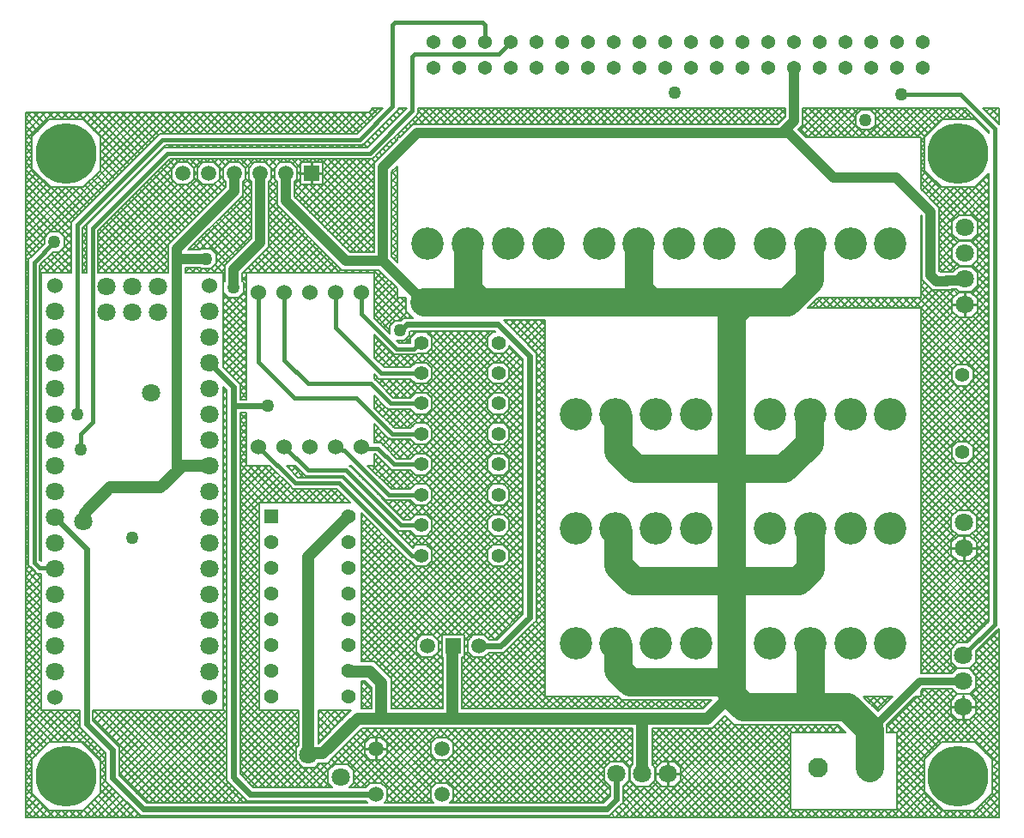
<source format=gbr>
%TF.GenerationSoftware,Altium Limited,Altium Designer,21.8.1 (53)*%
G04 Layer_Physical_Order=1*
G04 Layer_Color=255*
%FSLAX43Y43*%
%MOMM*%
%TF.SameCoordinates,B19F3460-6A24-425D-A3EB-0114A067EE95*%
%TF.FilePolarity,Positive*%
%TF.FileFunction,Copper,L1,Top,Signal*%
%TF.Part,Single*%
G01*
G75*
%TA.AperFunction,NonConductor*%
%ADD10C,0.203*%
%ADD11C,0.254*%
%TA.AperFunction,Conductor*%
%ADD12C,0.600*%
%ADD13C,0.400*%
%ADD14C,1.200*%
%ADD15C,1.000*%
%ADD16C,2.800*%
%ADD17C,0.800*%
%ADD18C,2.000*%
%TA.AperFunction,ComponentPad*%
%ADD19C,1.400*%
%ADD20R,1.500X1.500*%
%ADD21C,1.500*%
%TA.AperFunction,ViaPad*%
%ADD22C,6.000*%
%TA.AperFunction,ComponentPad*%
%ADD23C,1.370*%
%ADD24C,1.800*%
%ADD25C,1.524*%
%ADD26C,1.425*%
%ADD27R,1.425X1.425*%
%ADD28C,3.200*%
%ADD29C,1.950*%
%TA.AperFunction,ViaPad*%
%ADD30C,1.270*%
%ADD31C,1.800*%
D10*
X36257Y37907D02*
G03*
X36650Y37744I393J393D01*
G01*
X94883Y70500D02*
X96517D01*
X96381D02*
X96517Y70364D01*
X95264Y70119D02*
X95645Y70500D01*
X95623Y69760D02*
X96363Y70500D01*
X94945D02*
X96517Y68927D01*
Y68866D02*
Y70500D01*
X95663D02*
X96517Y69646D01*
X95982Y69401D02*
X96517Y69936D01*
X92789Y70500D02*
X93934Y69356D01*
X92345D02*
X93353Y70364D01*
X91627Y69356D02*
X92771Y70500D01*
X92071D02*
X93215Y69356D01*
X93217Y70500D02*
X95544Y68172D01*
X94883Y70500D02*
X96378Y69006D01*
X93063Y69356D02*
X93712Y70004D01*
X96378Y69006D02*
X96517Y68866D01*
X96378Y69006D02*
X96517Y68866D01*
X96342Y69042D02*
X96517Y69217D01*
X95057Y68476D02*
X95149Y68568D01*
X95544Y67989D02*
Y68172D01*
X95256Y63723D02*
X95544Y63434D01*
X95417Y68117D02*
X95508Y68208D01*
X94339Y69194D02*
X94431Y69286D01*
X94698Y68835D02*
X94790Y68927D01*
X93782Y69356D02*
X94071Y69645D01*
X90822Y69356D02*
X94178D01*
X95544Y67989D01*
X94897Y63364D02*
X95544Y62716D01*
X90822Y62644D02*
X94178D01*
X90908Y69356D02*
X92053Y70500D01*
X91353D02*
X92497Y69356D01*
X89916Y70500D02*
X91060Y69356D01*
X90634Y70500D02*
X91779Y69356D01*
X89197Y70500D02*
X90582Y69115D01*
X88404Y67570D02*
X91334Y70500D01*
X87760D02*
X89864Y68397D01*
X88479Y70500D02*
X90223Y68756D01*
X86324Y70500D02*
X89145Y67678D01*
X87042Y70500D02*
X89504Y68038D01*
X85531Y67570D02*
X88461Y70500D01*
X85605D02*
X88535Y67570D01*
X86967D02*
X89897Y70500D01*
X87686Y67570D02*
X90616Y70500D01*
X86249Y67570D02*
X89179Y70500D01*
X89144Y67678D02*
X90822Y69356D01*
X89144Y67592D02*
X90908Y69356D01*
X88800Y65150D02*
X89144Y64805D01*
X88800Y64374D02*
X89144Y64718D01*
X88800Y63655D02*
X89306Y64161D01*
X88800Y62937D02*
X89665Y63802D01*
X89144Y64322D02*
Y67678D01*
X88800Y66529D02*
X89144Y66873D01*
X88800Y66587D02*
X89144Y66242D01*
X88800Y67247D02*
X89144Y67592D01*
X88800Y67305D02*
X89144Y66961D01*
X88800Y65868D02*
X89144Y65524D01*
X88800Y65092D02*
X89144Y65437D01*
X88800Y65811D02*
X89144Y66155D01*
X94178Y62645D02*
X95544Y61279D01*
X93461Y62644D02*
X95544Y60561D01*
X94178Y62644D02*
X95544Y64011D01*
X94538Y63004D02*
X95544Y61998D01*
X92742Y62644D02*
X95544Y59842D01*
X92024Y62644D02*
X95544Y59124D01*
X92963Y59916D02*
X95544Y62497D01*
X93681Y59916D02*
X95544Y61779D01*
X88800Y64431D02*
X93316Y59916D01*
X90606Y59713D02*
X93537Y62644D01*
X88800Y63713D02*
X92597Y59916D01*
X90606Y60432D02*
X92818Y62644D01*
X90606Y58277D02*
X95544Y63215D01*
X91305Y62644D02*
X95544Y58405D01*
X90606Y58995D02*
X95544Y63934D01*
X94406Y59203D02*
X95544Y60342D01*
X94406Y58485D02*
X95544Y59623D01*
X94089Y59605D02*
X95544Y61060D01*
X94406Y58032D02*
Y59288D01*
X94256Y56898D02*
X95544Y58187D01*
X94406Y58107D02*
X95544Y56969D01*
X94406Y58826D02*
X95544Y57687D01*
X92522Y59916D02*
X93778D01*
X94406Y59288D01*
X91894D02*
X92522Y59916D01*
X91894Y58032D02*
X92522Y57404D01*
X93896Y57257D02*
X95544Y58905D01*
X93778Y57404D02*
X94406Y58032D01*
X90606Y59034D02*
X92393Y57246D01*
X90010Y61273D02*
X91381Y62644D01*
X90369Y60914D02*
X92100Y62644D01*
X89651Y61632D02*
X90743Y62724D01*
X90178Y61106D02*
X90606Y60678D01*
Y59822D02*
Y60678D01*
Y60471D02*
X91894Y59182D01*
X90178Y61106D02*
X90606Y60678D01*
Y59822D02*
Y60678D01*
X89144Y64322D02*
X90822Y62644D01*
X89292Y61992D02*
X90383Y63083D01*
X88800Y62483D02*
Y67570D01*
X88932Y62351D02*
X90024Y63443D01*
X88800Y62995D02*
X92201Y59594D01*
X88800Y62483D02*
X90178Y61106D01*
X88800Y51750D02*
Y59917D01*
X90606Y57558D02*
X91894Y58847D01*
X90606Y58315D02*
X92034Y56887D01*
X90606Y59752D02*
X91894Y58463D01*
Y58032D02*
Y59288D01*
X90606Y54414D02*
Y59822D01*
Y56840D02*
X91894Y58129D01*
X88894Y54414D02*
Y59822D01*
X88800Y59403D02*
X88894Y59308D01*
X88800Y58626D02*
X88894Y58721D01*
X88800Y59917D02*
X88894Y59822D01*
X88800Y59345D02*
X88894Y59439D01*
X88800Y57908D02*
X88894Y58002D01*
X88800Y57966D02*
X88894Y57871D01*
X88800Y58684D02*
X88894Y58590D01*
X77156Y69614D02*
Y70500D01*
Y69971D02*
X77684Y70500D01*
X74829D02*
X75444Y69884D01*
Y69614D02*
Y70500D01*
X73392D02*
X74861Y69031D01*
X74110Y70500D02*
X75221Y69390D01*
X72674Y70500D02*
X74318Y68856D01*
X73166D02*
X74811Y70500D01*
X71237D02*
X72881Y68856D01*
X39206Y70500D02*
X75444D01*
X70518D02*
X72163Y68856D01*
X71011D02*
X72655Y70500D01*
X71955D02*
X73600Y68856D01*
X72448D02*
X74092Y70500D01*
X71729Y68856D02*
X73374Y70500D01*
X83893Y70243D02*
X84150Y70500D01*
X82855Y70291D02*
X83845D01*
X83222D02*
X83432Y70500D01*
X83450D02*
X83659Y70291D01*
X84252Y69884D02*
X84868Y70500D01*
X84341Y69254D02*
X85587Y70500D01*
X83845Y70291D02*
X84341Y69795D01*
X82731Y70500D02*
X82941Y70291D01*
X77156Y70500D02*
X93217D01*
X82013D02*
X82539Y69974D01*
X82359Y69795D02*
X82855Y70291D01*
X77156Y69253D02*
X78403Y70500D01*
X81295D02*
X82359Y69435D01*
X73885Y68856D02*
X75444Y70415D01*
X63827Y68856D02*
X65471Y70500D01*
X64053D02*
X65697Y68856D01*
X63108D02*
X64753Y70500D01*
X63334D02*
X64979Y68856D01*
X65263D02*
X66908Y70500D01*
X65489D02*
X67134Y68856D01*
X64545D02*
X66189Y70500D01*
X64771D02*
X66415Y68856D01*
X61179Y70500D02*
X62823Y68856D01*
X61671D02*
X63316Y70500D01*
X60460D02*
X62105Y68856D01*
X60953D02*
X62597Y70500D01*
X62390Y68856D02*
X64034Y70500D01*
X62616D02*
X64260Y68856D01*
X61897Y70500D02*
X63542Y68856D01*
X68856D02*
X70500Y70500D01*
X69081D02*
X70726Y68856D01*
X68363Y70500D02*
X70007Y68856D01*
X68856D02*
X70500Y70500D01*
X69800D02*
X71444Y68856D01*
X70292D02*
X71937Y70500D01*
X69574Y68856D02*
X71218Y70500D01*
X66700Y68856D02*
X68345Y70500D01*
X66926D02*
X68571Y68856D01*
X65982D02*
X67626Y70500D01*
X66208D02*
X67852Y68856D01*
X67645Y70500D02*
X69289Y68856D01*
X68137D02*
X69782Y70500D01*
X67419Y68856D02*
X69063Y70500D01*
X80576D02*
X83506Y67570D01*
X83375D02*
X86305Y70500D01*
X79783Y67570D02*
X82713Y70500D01*
X79858D02*
X82788Y67570D01*
X84812D02*
X87742Y70500D01*
X84887D02*
X87817Y67570D01*
X84094D02*
X87024Y70500D01*
X84168D02*
X87098Y67570D01*
X77703Y70500D02*
X80633Y67570D01*
X78346D02*
X81276Y70500D01*
X77628Y67570D02*
X80558Y70500D01*
X77156Y70329D02*
X79914Y67570D01*
X79065D02*
X81995Y70500D01*
X79139D02*
X82069Y67570D01*
X78421Y70500D02*
X81351Y67570D01*
X84341Y68805D02*
Y69795D01*
X83845Y68309D02*
X84341Y68805D01*
X82855Y68309D02*
X83845D01*
X83485D02*
X84225Y67570D01*
X84341Y69609D02*
X86380Y67570D01*
X84341Y68891D02*
X85661Y67570D01*
X84024Y68489D02*
X84943Y67570D01*
X82359Y68805D02*
X82855Y68309D01*
X77513Y67570D02*
X88800D01*
X82359Y68805D02*
Y69795D01*
X80502Y67570D02*
X82359Y69428D01*
X81938Y67570D02*
X82766Y68398D01*
X82657Y67570D02*
X83396Y68309D01*
X81220Y67570D02*
X82407Y68757D01*
X58305Y70500D02*
X59950Y68856D01*
X58798D02*
X60442Y70500D01*
X57587D02*
X59231Y68856D01*
X58079D02*
X59724Y70500D01*
X59516Y68856D02*
X61161Y70500D01*
X59742D02*
X61386Y68856D01*
X59024Y70500D02*
X60668Y68856D01*
X55924D02*
X57568Y70500D01*
X56150D02*
X57794Y68856D01*
X55206D02*
X56850Y70500D01*
X55431D02*
X57076Y68856D01*
X56868Y70500D02*
X58513Y68856D01*
X57361D02*
X59005Y70500D01*
X56642Y68856D02*
X58287Y70500D01*
X76852Y68231D02*
X79121Y70500D01*
X77211Y67872D02*
X79839Y70500D01*
X77156Y68758D02*
Y69614D01*
Y68758D02*
Y69614D01*
Y69610D02*
X79196Y67570D01*
X77156Y68892D02*
X78477Y67570D01*
X76863Y68466D02*
X77759Y67570D01*
X74603Y68856D02*
X75444Y69697D01*
X74686Y68856D02*
X75444Y69614D01*
X60235Y68856D02*
X61879Y70500D01*
X39578Y68856D02*
X74686D01*
X76741Y68343D02*
X77156Y68758D01*
X76741Y68343D02*
X77513Y67570D01*
X76741Y68343D02*
X77156Y68758D01*
X94406Y55611D02*
X95544Y56750D01*
X94406Y56671D02*
X95544Y55532D01*
X94084Y57711D02*
X95544Y56250D01*
X94406Y56329D02*
X95544Y57468D01*
X94276Y55363D02*
X95544Y54095D01*
X94406Y54174D02*
X95544Y55313D01*
X94406Y55492D02*
Y56748D01*
Y55952D02*
X95544Y54813D01*
X93778Y57376D02*
X94406Y56748D01*
X93701Y57376D02*
X94406Y56671D01*
X92522Y57404D02*
X93778D01*
X92522Y54864D02*
X93778D01*
X94063Y54550D02*
X95544Y56031D01*
X93917Y55004D02*
X95544Y53377D01*
X93778Y54864D02*
X94406Y55492D01*
X93871Y52202D02*
X95544Y53876D01*
X94406Y53797D02*
X95544Y52658D01*
X94406Y53456D02*
X95544Y54594D01*
X94406Y52952D02*
Y54208D01*
X94230Y51843D02*
X95544Y53158D01*
X94406Y51300D02*
X95544Y52439D01*
X94406Y53078D02*
X95544Y51940D01*
X93778Y54836D02*
X94406Y54208D01*
X93778Y52324D02*
X94406Y52952D01*
X92522Y54836D02*
X93778D01*
X92522Y52324D02*
X93778D01*
Y52296D02*
X94406Y51668D01*
X93752Y52296D02*
X94406Y51642D01*
X92522Y52296D02*
X93778D01*
X91894Y56692D02*
X92578Y57376D01*
X92522D02*
X93778D01*
X91894Y56748D02*
X92522Y57376D01*
X91894Y55492D02*
Y56748D01*
Y55590D02*
X92620Y54864D01*
X91894Y55492D02*
X92522Y54864D01*
X90895Y54256D02*
X92013Y55374D01*
X91640Y54283D02*
X92372Y55014D01*
X90606Y56121D02*
X92205Y57721D01*
X90606Y55403D02*
X91894Y56692D01*
X90606Y57597D02*
X91894Y56308D01*
X90606Y56879D02*
X91894Y55590D01*
X90606Y56160D02*
X92226Y54540D01*
X90606Y54685D02*
X91894Y55973D01*
X90606Y55442D02*
X91765Y54283D01*
X91969D02*
X92522Y54836D01*
X92275Y52571D02*
X92522Y52324D01*
X91791Y54283D02*
X91969D01*
X91791Y52571D02*
X92275D01*
X91894Y51668D02*
X92522Y52296D01*
X91894Y51663D02*
X92527Y52296D01*
X92039Y52571D02*
X92419Y52192D01*
X90935Y54283D02*
X91791D01*
X90935D02*
X91791D01*
X90764Y54256D02*
X90908D01*
X90764Y52544D02*
X90908D01*
X91764D01*
X91348D02*
X92059Y51833D01*
X90908Y52544D02*
X91764D01*
X94406Y51642D02*
X95544Y50503D01*
X94406Y50923D02*
X95544Y49784D01*
X94110Y52656D02*
X95544Y51221D01*
X94406Y50582D02*
X95544Y51721D01*
X93956Y43666D02*
X95544Y45255D01*
X93956Y44189D02*
X95544Y42600D01*
X94302Y50309D02*
X95544Y49066D01*
X93956Y44385D02*
X95544Y45973D01*
X92671Y49784D02*
X95544Y46911D01*
X92591Y45176D02*
X95544Y48129D01*
X93943Y49949D02*
X95544Y48348D01*
X93389Y49784D02*
X95544Y47629D01*
X93728Y44875D02*
X95544Y46692D01*
X93895Y43531D02*
X95544Y41882D01*
X93310Y45176D02*
X95544Y47410D01*
X93956Y36482D02*
X95544Y38071D01*
X93956Y37005D02*
X95544Y35416D01*
X93536Y43172D02*
X95544Y41163D01*
X93869Y37114D02*
X95544Y38789D01*
X93753Y35770D02*
X95544Y33979D01*
X93847Y30626D02*
X95544Y32323D01*
X93956Y36286D02*
X95544Y34698D01*
X93510Y37473D02*
X95544Y39508D01*
X93361Y35444D02*
X95544Y33261D01*
X92925Y43064D02*
X95544Y40445D01*
X92874Y37556D02*
X95544Y40226D01*
X92580Y30796D02*
X95544Y33760D01*
X93298Y30796D02*
X95544Y33042D01*
X92642Y35444D02*
X95544Y32542D01*
X94406Y50412D02*
Y51668D01*
X93778Y49784D02*
X94406Y50412D01*
X93956Y43592D02*
Y44648D01*
X92522Y49784D02*
X93778D01*
X93428Y45176D02*
X93956Y44648D01*
X91894Y50412D02*
X92522Y49784D01*
X90629Y52544D02*
X91894Y51279D01*
Y50412D02*
Y51668D01*
X91844Y44648D02*
X92372Y45176D01*
X93428D01*
X91844Y43592D02*
Y44648D01*
X93428Y37556D02*
X93956Y37028D01*
X93405Y37556D02*
X93956Y37005D01*
X93354Y43064D02*
X93956Y43666D01*
X93428Y43064D02*
X93956Y43592D01*
Y35972D02*
Y37028D01*
X93428Y35444D02*
X93956Y35972D01*
X92422Y30796D02*
X93678D01*
X92372Y43064D02*
X93428D01*
X92372Y37556D02*
X93428D01*
X91844Y43592D02*
X92372Y43064D01*
X91844Y37028D02*
X92372Y37556D01*
X91844Y35972D02*
X92372Y35444D01*
X93428D01*
X91844Y35972D02*
Y37028D01*
X90606Y54723D02*
X91046Y54283D01*
X88800Y54374D02*
X88894Y54279D01*
X88800Y55092D02*
X88894Y54998D01*
X88800Y54316D02*
X88894Y54410D01*
Y53558D02*
Y54414D01*
X90606D02*
X90764Y54256D01*
X88894Y53558D02*
Y54414D01*
X88800Y53597D02*
X88894Y53692D01*
X88800Y56471D02*
X88894Y56565D01*
X88800Y56529D02*
X88894Y56434D01*
X88800Y57189D02*
X88894Y57284D01*
X88800Y57247D02*
X88894Y57153D01*
X88800Y55810D02*
X88894Y55716D01*
X88800Y55034D02*
X88894Y55129D01*
X88800Y55753D02*
X88894Y55847D01*
X89322Y53130D02*
X89480Y52972D01*
X89908Y52544D01*
X88894Y53558D02*
X89322Y53130D01*
X88894Y53558D02*
X89322Y53130D01*
X89908Y52544D02*
X90764D01*
X89908D02*
X90764D01*
X89480Y52972D02*
X89908Y52544D01*
X88894Y53561D02*
X89911Y52544D01*
X88800Y52161D02*
X89546Y52906D01*
X88800Y53655D02*
X88894Y53561D01*
X88800Y52879D02*
X89187Y53266D01*
X88108Y50750D02*
X89905Y52547D01*
X78683Y51750D02*
X88800D01*
X87389Y50750D02*
X88389Y51750D01*
X81642Y50750D02*
X82642Y51750D01*
X82084D02*
X83084Y50750D01*
X80924D02*
X81924Y51750D01*
X81366D02*
X82366Y50750D01*
X83079D02*
X84079Y51750D01*
X83521D02*
X84521Y50750D01*
X82361D02*
X83361Y51750D01*
X82803D02*
X83803Y50750D01*
X79210Y51750D02*
X80210Y50750D01*
X79487D02*
X80487Y51750D01*
X78050Y50750D02*
X79050Y51750D01*
X78768Y50750D02*
X79768Y51750D01*
X80205Y50750D02*
X81205Y51750D01*
X80647D02*
X81647Y50750D01*
X79929Y51750D02*
X80929Y50750D01*
X85676Y51750D02*
X86676Y50750D01*
X85953D02*
X86953Y51750D01*
X84958D02*
X85958Y50750D01*
X85234D02*
X86234Y51750D01*
X86671Y50750D02*
X87671Y51750D01*
X87113D02*
X88113Y50750D01*
X86395Y51750D02*
X87395Y50750D01*
X78588Y51654D02*
X79492Y50750D01*
X78228Y51295D02*
X78774Y50750D01*
X77683D02*
X78678Y51744D01*
X77869Y50936D02*
X78055Y50750D01*
X84239Y51750D02*
X85239Y50750D01*
X84516D02*
X85516Y51750D01*
X83797Y50750D02*
X84797Y51750D01*
X88800Y42103D02*
X95544Y48847D01*
X88800Y46471D02*
X95544Y39727D01*
X88800Y52937D02*
X95544Y46192D01*
X88800Y52218D02*
X95544Y45474D01*
X88800Y37792D02*
X95544Y44536D01*
X88800Y44316D02*
X95544Y37571D01*
X88800Y45753D02*
X95544Y39008D01*
X88800Y45034D02*
X95544Y38290D01*
X87831Y51750D02*
X95544Y44037D01*
X88800Y44258D02*
X95544Y51002D01*
X88550Y51750D02*
X95544Y44755D01*
X88800Y44976D02*
X93608Y49784D01*
X88800Y50063D02*
X95544Y43319D01*
X88800Y42821D02*
X95544Y49565D01*
X88800Y43539D02*
X95544Y50284D01*
X88800Y38568D02*
X95544Y31824D01*
X88800Y37850D02*
X95544Y31105D01*
X88800Y34918D02*
X95544Y41663D01*
X88800Y34200D02*
X95544Y40944D01*
X88800Y30608D02*
X95544Y37352D01*
X88800Y37131D02*
X95544Y30387D01*
X88800Y34976D02*
X92981Y30796D01*
X88800Y37074D02*
X95544Y43818D01*
X88800Y43597D02*
X95544Y36853D01*
X88800Y38511D02*
X93354Y43064D01*
X88800Y42160D02*
X93405Y37556D01*
X88800Y42879D02*
X95544Y36134D01*
X88800Y35637D02*
X95544Y42381D01*
X88800Y36355D02*
X95544Y43100D01*
X88800Y45695D02*
X92890Y49784D01*
X88800Y49345D02*
X92969Y45176D01*
X89911Y52544D02*
X91894Y50561D01*
X88800Y46413D02*
X92347Y49960D01*
X88800Y48626D02*
X92311Y45115D01*
X88800Y47908D02*
X91952Y44756D01*
X88800Y47189D02*
X91844Y44145D01*
X88800Y49287D02*
X92085Y52571D01*
X88800Y50005D02*
X91339Y52544D01*
X88800Y50724D02*
X90621Y52544D01*
X77683Y50750D02*
X88800D01*
Y47850D02*
X91894Y50944D01*
X88800Y47132D02*
X91988Y50319D01*
X88800Y48568D02*
X91894Y51663D01*
X88800Y32763D02*
X91927Y35890D01*
X88800Y32045D02*
X92286Y35531D01*
X88800Y39287D02*
X91844Y36242D01*
X88800Y33482D02*
X91844Y36526D01*
X88800Y31326D02*
X92918Y35444D01*
X88800Y34258D02*
X92342Y30716D01*
X88800Y33539D02*
X91983Y30356D01*
X88800Y39947D02*
X92145Y43292D01*
X88800Y39229D02*
X92635Y43064D01*
X88800Y41384D02*
X91844Y44429D01*
X88800Y40666D02*
X91844Y43710D01*
X88800Y41442D02*
X92686Y37556D01*
X88800Y40724D02*
X92170Y37353D01*
X88800Y40005D02*
X91844Y36961D01*
X50403Y70500D02*
X52047Y68856D01*
X50895D02*
X52539Y70500D01*
X49684D02*
X51328Y68856D01*
X50177D02*
X51821Y70500D01*
X51839D02*
X53484Y68856D01*
X52332D02*
X53976Y70500D01*
X51121D02*
X52765Y68856D01*
X51613D02*
X53258Y70500D01*
X48021Y68856D02*
X49666Y70500D01*
X48247D02*
X49892Y68856D01*
X47303D02*
X48947Y70500D01*
X47529D02*
X49173Y68856D01*
X48966Y70500D02*
X50610Y68856D01*
X49458D02*
X51103Y70500D01*
X48740Y68856D02*
X50384Y70500D01*
X53276D02*
X54921Y68856D01*
X53769D02*
X55413Y70500D01*
X52558D02*
X54202Y68856D01*
X53050D02*
X54695Y70500D01*
X54487Y68856D02*
X56132Y70500D01*
X54713D02*
X56357Y68856D01*
X53995Y70500D02*
X55639Y68856D01*
X47642Y49544D02*
X51760D01*
X51242D02*
X51760Y49027D01*
X48234Y48953D02*
X48826Y49544D01*
X48593Y48593D02*
X49544Y49544D01*
X48953Y48234D02*
X50263Y49544D01*
X50524D02*
X51760Y48308D01*
X48593Y48593D02*
X49544Y49544D01*
X42992Y68856D02*
X44637Y70500D01*
X43218D02*
X44863Y68856D01*
X42274D02*
X43918Y70500D01*
X42500D02*
X44144Y68856D01*
X44429D02*
X46074Y70500D01*
X44655D02*
X46300Y68856D01*
X43711D02*
X45355Y70500D01*
X43937D02*
X45581Y68856D01*
X40345Y70500D02*
X41989Y68856D01*
X40837D02*
X42482Y70500D01*
X39626D02*
X41271Y68856D01*
X40119D02*
X41763Y70500D01*
X41556Y68856D02*
X43200Y70500D01*
X41781D02*
X43426Y68856D01*
X41063Y70500D02*
X42707Y68856D01*
X46810Y70500D02*
X48455Y68856D01*
X47875Y49312D02*
X48108Y49544D01*
X47642D02*
X47759Y49428D01*
X47642Y49544D02*
X47759Y49428D01*
X46776Y48444D02*
X46864Y48356D01*
X46602D02*
X46864D01*
X46595Y48444D02*
X46684Y48356D01*
X45866Y68856D02*
X47511Y70500D01*
X46092D02*
X47736Y68856D01*
X45148D02*
X46792Y70500D01*
X45374D02*
X47018Y68856D01*
X46585D02*
X48229Y70500D01*
X40245Y48148D02*
X40542Y48444D01*
X39735Y48356D02*
X39823Y48444D01*
X49805Y49544D02*
X51760Y47590D01*
X50030Y47157D02*
X51760Y48886D01*
X49312Y47875D02*
X50981Y49544D01*
X49671Y47516D02*
X51700Y49544D01*
X48369D02*
X51760Y46153D01*
X50749Y46438D02*
X51760Y47449D01*
X49087Y49544D02*
X51760Y46871D01*
X50389Y46797D02*
X51760Y48168D01*
X47759Y49428D02*
X50528Y46659D01*
X48186Y47034D02*
X49544Y45676D01*
X48186Y46772D02*
Y47034D01*
X47658Y46244D02*
X48186Y46772D01*
X47650Y49544D02*
X51760Y45435D01*
X48186Y46854D02*
X49544Y45495D01*
X46792Y45356D02*
X48328Y46892D01*
X50856Y45827D02*
X51760Y46731D01*
X50856Y45676D02*
Y46331D01*
X50528Y46659D02*
X50856Y46331D01*
X50528Y46659D02*
X50856Y46331D01*
Y45676D02*
Y46331D01*
Y45108D02*
X51760Y46013D01*
X49544Y44978D02*
Y45676D01*
X47511Y45356D02*
X48688Y46532D01*
X47944Y45070D02*
X49047Y46173D01*
X46640Y46244D02*
X47529Y45356D01*
X46602Y46244D02*
X47658D01*
X47867Y46454D02*
X49544Y44777D01*
X47358Y46244D02*
X49544Y44058D01*
X48186Y44593D02*
X49406Y45814D01*
X45877Y48444D02*
X46284Y48037D01*
X43721Y48444D02*
X46810Y45356D01*
X45158Y48444D02*
X46074Y47528D01*
X44440Y48444D02*
X46074Y46810D01*
X41566Y48444D02*
X46074Y43936D01*
X43003Y48444D02*
X46347Y45100D01*
X40566Y44158D02*
X44852Y48444D01*
X42285D02*
X46074Y44655D01*
X39608Y45356D02*
X42697Y48444D01*
X40182Y45211D02*
X43415Y48444D01*
X40566Y47750D02*
X41260Y48444D01*
X40566Y47031D02*
X41979Y48444D01*
X40119Y42274D02*
X46289Y48444D01*
X40129D02*
X46410Y42164D01*
X40541Y44852D02*
X44134Y48444D01*
X46074Y46810D02*
X46640Y46244D01*
X46074Y46772D02*
X46602Y46244D01*
X46074Y47828D02*
X46602Y48356D01*
X46074Y46772D02*
Y47828D01*
X40848Y48444D02*
X46936Y42356D01*
X40566Y41284D02*
X46074Y46793D01*
X40566Y47290D02*
X46074Y41781D01*
X40478Y41915D02*
X46074Y47511D01*
X40038Y46244D02*
X40566Y46772D01*
X40038Y48356D02*
X40566Y47828D01*
Y46772D02*
Y47828D01*
X40106Y46312D02*
X47063Y39356D01*
X40056Y39337D02*
X46963Y46244D01*
X40465Y46672D02*
X46074Y41062D01*
X39206Y70098D02*
X39608Y70500D01*
X39206Y69922D02*
Y70478D01*
X37471Y70500D02*
X37794Y70177D01*
X39206Y69922D02*
Y70478D01*
X39400Y68856D02*
X41045Y70500D01*
X39206Y70202D02*
X40552Y68856D01*
X38928Y69644D02*
X39206Y69922D01*
X38928Y69644D02*
X39206Y69922D01*
X37256Y70500D02*
X38094D01*
X36978Y70044D02*
X37256Y70322D01*
Y70500D01*
Y70322D02*
Y70500D01*
X37396Y67570D02*
X40326Y70500D01*
X37093Y70160D02*
X37435Y69818D01*
X36978Y70044D02*
X37256Y70322D01*
X38986Y69703D02*
X39834Y68856D01*
X38722D02*
X39578D01*
X38627Y69344D02*
X39115Y68856D01*
X38722D02*
X39578D01*
X38294Y68428D02*
X38722Y68856D01*
X38294Y68428D02*
X38722Y68856D01*
X38268Y68985D02*
X38560Y68693D01*
X37909Y68625D02*
X38200Y68334D01*
X37550Y68266D02*
X37841Y67975D01*
X37190Y67907D02*
X37482Y67615D01*
X37160Y67570D02*
X37437D01*
X38294Y68428D01*
X36606Y61307D02*
X37160Y60753D01*
X36969Y64536D02*
X37160Y64345D01*
Y67293D02*
Y67570D01*
X36610Y64177D02*
X37160Y63627D01*
X36734Y69800D02*
X37075Y69459D01*
X36831Y67548D02*
X37123Y67256D01*
X36606Y61750D02*
X37160Y62305D01*
X36606Y62026D02*
X37160Y61471D01*
X36606Y62469D02*
X37160Y63023D01*
X36606Y62744D02*
X37160Y62190D01*
X36606Y64172D02*
X37160Y64727D01*
X36606Y63906D02*
X37160Y64460D01*
X36375Y69441D02*
X36716Y69100D01*
X36472Y67189D02*
X36764Y66897D01*
X36606Y63187D02*
X37160Y63742D01*
X36606Y63463D02*
X37160Y62908D01*
X36606Y55778D02*
Y64172D01*
Y57440D02*
X37160Y57994D01*
X36606Y57715D02*
X37160Y57161D01*
X36606Y58158D02*
X37160Y58713D01*
X36606Y58434D02*
X37160Y57879D01*
X36606Y56997D02*
X37160Y56443D01*
X36606Y56003D02*
X37160Y56557D01*
X36606Y56721D02*
X37160Y57276D01*
X36606Y60589D02*
X37160Y60035D01*
X36606Y59595D02*
X37160Y60149D01*
X36606Y61032D02*
X37160Y61586D01*
X36606Y60313D02*
X37160Y60868D01*
X36606Y58877D02*
X37160Y59431D01*
X36606Y59152D02*
X37160Y58598D01*
X36606Y59871D02*
X37160Y59316D01*
X39411Y48444D02*
X39500Y48356D01*
X38982D02*
X40038D01*
X38692Y48444D02*
X38882Y48255D01*
X39016Y48356D02*
X39105Y48444D01*
X39482Y42356D02*
X45571Y48444D01*
X38454Y47794D02*
X39016Y48356D01*
X38454Y47828D02*
X38982Y48356D01*
X38454Y47256D02*
Y47828D01*
X38414Y49756D02*
X38711D01*
X38414Y48444D02*
X46776D01*
X38044Y50422D02*
X38711Y49756D01*
X38261D02*
X38486Y49981D01*
X38391Y48028D02*
X38522Y47896D01*
X37916Y47256D02*
X38454Y47794D01*
X37383Y47256D02*
X38454D01*
X39153Y46244D02*
X40038D01*
X38837Y46144D02*
X39626Y45356D01*
X39053Y46144D02*
X39153Y46244D01*
X39053Y46144D02*
X39153Y46244D01*
X39356Y39356D02*
X46423Y46423D01*
X39456Y46244D02*
X46473Y39227D01*
X39356Y39356D02*
X46423Y46423D01*
X38498Y46144D02*
X39053D01*
X38498D02*
X39053D01*
X37383D02*
X38498D01*
X38119D02*
X38945Y45318D01*
X38390Y44856D02*
X39779Y46244D01*
X37671Y44856D02*
X38960Y46144D01*
X37400D02*
X38586Y44959D01*
X37759Y49756D02*
X38414D01*
X37759D02*
X38414D01*
X37542Y51750D02*
X38044Y51248D01*
Y50422D02*
Y51750D01*
X37277Y49491D02*
X38127Y50340D01*
X37494Y49491D02*
X37759Y49756D01*
X37494Y49491D02*
X37759Y49756D01*
X37160Y55223D02*
Y64727D01*
X36606Y55778D02*
X37160Y55223D01*
X36606Y56279D02*
X37160Y55724D01*
X36852Y55531D02*
X37160Y55839D01*
Y51750D02*
Y52657D01*
Y51750D02*
X38044D01*
X36409Y48995D02*
X36905Y49491D01*
X38391Y48005D02*
Y48421D01*
X37895Y47509D02*
X38391Y48005D01*
X37290Y47348D02*
X37451Y47509D01*
X37129D02*
X37895D01*
X38043Y47657D02*
X38444Y47256D01*
X37472Y47509D02*
X37726Y47256D01*
X37129Y47509D02*
X37383Y47256D01*
X36905Y49491D02*
X37494D01*
X36549Y46422D02*
X36827Y46144D01*
X36409Y48229D02*
Y48995D01*
X36549Y46422D02*
X36827Y46144D01*
X37383D01*
X36953Y44856D02*
X38242Y46144D01*
X36827D02*
X37383D01*
X50856Y44184D02*
X51760Y43279D01*
X50856Y42953D02*
X51760Y43857D01*
X50856Y44902D02*
X51760Y43998D01*
X50856Y43671D02*
X51760Y44576D01*
X50856Y42747D02*
X51760Y41843D01*
X50856Y41516D02*
X51760Y42421D01*
X50856Y43465D02*
X51760Y42561D01*
X50856Y42235D02*
X51760Y43139D01*
X50856Y45621D02*
X51760Y44716D01*
X50856Y44390D02*
X51760Y45294D01*
X50856Y44978D02*
Y45676D01*
Y44322D02*
Y44978D01*
Y44322D02*
Y44978D01*
X47485Y43244D02*
X49544Y41185D01*
X48186Y41720D02*
X49544Y43079D01*
X50856Y39361D02*
X51760Y40265D01*
X50856Y39873D02*
X51760Y38969D01*
X50856Y40079D02*
X51760Y40984D01*
X50856Y40592D02*
X51760Y39687D01*
X50856Y39155D02*
X51760Y38251D01*
X50856Y37924D02*
X51760Y38828D01*
X50856Y38642D02*
X51760Y39547D01*
X50856Y42029D02*
X51760Y41124D01*
X50856Y40798D02*
X51760Y41702D01*
X48186Y41001D02*
X49544Y42360D01*
X48186Y41825D02*
X49544Y40466D01*
X50856Y41310D02*
X51760Y40406D01*
X48176Y38837D02*
X49544Y40205D01*
X48186Y41106D02*
X49544Y39748D01*
X48186Y43875D02*
X49544Y45234D01*
Y44322D02*
Y44978D01*
Y44322D02*
Y44978D01*
X48186Y43772D02*
Y44828D01*
X47880Y42133D02*
X49544Y43797D01*
X47930Y43517D02*
X49544Y41903D01*
X48186Y44699D02*
X49544Y43340D01*
X48186Y43980D02*
X49544Y42621D01*
X47658Y45356D02*
X48186Y44828D01*
X47658Y43244D02*
X48186Y43772D01*
X46602Y45356D02*
X47658D01*
X46602Y43244D02*
X47658D01*
X47385Y42356D02*
X49544Y44515D01*
X46766Y43244D02*
X47655Y42356D01*
X46666D02*
X47555Y43244D01*
X47817Y39196D02*
X49544Y40923D01*
X47994Y40580D02*
X49544Y39029D01*
X48186Y40772D02*
Y41828D01*
X47658Y40244D02*
X48186Y40772D01*
Y38128D02*
X49544Y39486D01*
X48186Y37772D02*
Y38828D01*
X47658Y39356D02*
X48186Y38828D01*
X47658Y42356D02*
X48186Y41828D01*
X47655Y42356D02*
X48186Y41825D01*
X46602Y42356D02*
X47658D01*
X46602Y40244D02*
X47658D01*
X47258Y39356D02*
X49544Y41642D01*
X47611Y40244D02*
X49544Y38311D01*
X46602Y39356D02*
X47658D01*
X50856Y35769D02*
X51760Y36673D01*
X50856Y36281D02*
X51760Y35377D01*
X50856Y36487D02*
X51760Y37392D01*
X50856Y37000D02*
X51760Y36095D01*
X50856Y34332D02*
X51760Y35236D01*
X50856Y34844D02*
X51760Y33940D01*
X50856Y35050D02*
X51760Y35955D01*
X50856Y35563D02*
X51760Y34658D01*
X50856Y37206D02*
X51760Y38110D01*
X50856Y37718D02*
X51760Y36814D01*
X50856Y38436D02*
X51760Y37532D01*
X48186Y35359D02*
X49544Y34000D01*
X47691Y33322D02*
X49544Y35176D01*
X48120Y34706D02*
X49544Y33282D01*
X47006Y33356D02*
X49544Y35894D01*
X50856Y32177D02*
X51760Y33081D01*
X50856Y32689D02*
X51760Y31785D01*
X50856Y32895D02*
X51760Y33799D01*
X50856Y33408D02*
X51760Y32503D01*
X50856Y31971D02*
X51760Y31066D01*
X50856Y30740D02*
X51760Y31644D01*
X50856Y31458D02*
X51760Y32363D01*
X50856Y33613D02*
X51760Y34518D01*
X50856Y34126D02*
X51760Y33222D01*
X48050Y32963D02*
X49544Y34458D01*
X47761Y34347D02*
X49544Y32563D01*
X47145Y34244D02*
X49544Y31845D01*
X48186Y32485D02*
X49544Y31127D01*
X48186Y32380D02*
X49544Y33739D01*
X48057Y37643D02*
X49544Y36156D01*
X48113Y35900D02*
X49544Y37331D01*
X48186Y38233D02*
X49544Y36874D01*
X47754Y36259D02*
X49544Y38050D01*
X47697Y37284D02*
X49544Y35437D01*
X48186Y35254D02*
X49544Y36613D01*
X47658Y36356D02*
X48186Y35828D01*
X46892Y40244D02*
X49544Y37592D01*
X47658Y37244D02*
X48186Y37772D01*
X46602Y37244D02*
X47658D01*
X46602Y36356D02*
X47658D01*
X47132D02*
X49544Y38768D01*
X47019Y37244D02*
X49544Y34719D01*
X46074Y35828D02*
X46602Y36356D01*
X47658Y33356D02*
X48186Y32828D01*
Y31772D02*
Y32828D01*
Y34772D02*
Y35828D01*
X47658Y34244D02*
X48186Y34772D01*
X46879Y30356D02*
X49544Y33021D01*
X48183Y31770D02*
X49544Y30408D01*
X47658Y31244D02*
X48186Y31772D01*
X46602Y34244D02*
X47658D01*
X46602Y33356D02*
X47658D01*
X46074Y34772D02*
Y35828D01*
Y32828D02*
X46602Y33356D01*
X46074Y31772D02*
X46602Y31244D01*
X47658D01*
X46074Y31772D02*
Y32828D01*
X46074Y44828D02*
X46602Y45356D01*
X46074Y43772D02*
X46602Y43244D01*
X40566Y43772D02*
Y44828D01*
X46074Y43772D02*
Y44828D01*
X40566Y44416D02*
X46114Y38867D01*
X46074Y41828D02*
X46602Y42356D01*
X40566Y38410D02*
X46074Y43919D01*
X40528Y43735D02*
X46074Y38189D01*
X40038Y45356D02*
X40566Y44828D01*
X40038Y43244D02*
X40566Y43772D01*
X38982Y45356D02*
X40038D01*
X38982Y43244D02*
X40038D01*
X40415Y38978D02*
X46074Y44638D01*
X40038Y42356D02*
X40566Y41828D01*
X38982Y42356D02*
X40038D01*
X46074Y41764D02*
X46666Y42356D01*
X46074Y38828D02*
X46602Y39356D01*
X46074Y40772D02*
Y41828D01*
Y40772D02*
X46602Y40244D01*
X46074Y37772D02*
Y38828D01*
Y37772D02*
X46602Y37244D01*
X40566Y37772D02*
Y38828D01*
Y40772D02*
Y41828D01*
X40038Y40244D02*
X40566Y40772D01*
X38982Y40244D02*
X40038D01*
X38982Y39356D02*
X40038D01*
X40566Y38828D01*
X40038Y37244D02*
X40566Y37772D01*
X38982Y37244D02*
X40038D01*
X37645Y43744D02*
X39034Y42356D01*
X38363Y43744D02*
X39752Y42356D01*
X38482Y44856D02*
X38982Y45356D01*
X38482Y43744D02*
X38982Y43244D01*
X38263Y41856D02*
X39652Y43244D01*
X38482Y41856D02*
X38982Y42356D01*
X37545Y41856D02*
X38958Y43269D01*
X37053Y40744D02*
X38712Y39085D01*
X36927Y43744D02*
X38649Y42022D01*
X36827Y41856D02*
X38599Y43628D01*
X36443Y42190D02*
X37997Y43744D01*
X36778Y41856D02*
X38482D01*
X36335Y40744D02*
X38223Y38856D01*
X36778Y40744D02*
X38482D01*
X36431Y39305D02*
X37871Y40744D01*
X37771D02*
X39160Y39356D01*
X38990Y40244D02*
X39879Y39356D01*
X38482Y40744D02*
X38982Y40244D01*
X37419Y38856D02*
X38895Y40332D01*
X38137Y38856D02*
X39526Y40244D01*
X38482Y37744D02*
X38982Y37244D01*
X38482Y38856D02*
X38982Y39356D01*
X36790Y38945D02*
X38536Y40691D01*
X36880Y38856D02*
X38482D01*
X36403Y37802D02*
X36461Y37744D01*
X36372D02*
X36650D01*
X36492Y36492D02*
X37744Y37744D01*
X36650D02*
X38482D01*
X36492Y36492D02*
X37744Y37744D01*
X40566Y41542D02*
X46177Y35931D01*
X40566Y40824D02*
X46074Y35315D01*
X40352Y36041D02*
X46074Y41764D01*
X40566Y35537D02*
X46074Y41045D01*
X40566Y34818D02*
X46297Y40550D01*
X40289Y33105D02*
X47429Y40244D01*
X40566Y38669D02*
X46240Y32994D01*
X40566Y32663D02*
X46074Y38172D01*
X40169Y43376D02*
X47189Y36356D01*
X39948D02*
X46836Y43244D01*
X39229Y36356D02*
X46360Y43486D01*
X39582Y43244D02*
X46536Y36290D01*
X40232Y40439D02*
X47315Y33356D01*
X39821D02*
X46710Y40244D01*
X39708D02*
X46600Y33353D01*
X40566Y37950D02*
X46074Y32441D01*
Y34772D02*
X46602Y34244D01*
X40566Y34772D02*
Y35828D01*
X40038Y33356D02*
X40566Y32828D01*
Y31945D02*
X46234Y37613D01*
X40038Y31244D02*
X40566Y31772D01*
Y32828D01*
X40038Y36356D02*
X40566Y35828D01*
X40005Y36356D02*
X40566Y35795D01*
X38982Y36356D02*
X40038D01*
X38982Y34244D02*
X40038D01*
X39992D02*
X40566Y34818D01*
X40038Y34244D02*
X40566Y34772D01*
X38982Y31244D02*
X40038D01*
X37898Y37744D02*
X39286Y36356D01*
X39116Y37244D02*
X40005Y36356D01*
X37179Y37744D02*
X38775Y36149D01*
X37292Y35856D02*
X38832Y37395D01*
X38011Y35856D02*
X39400Y37244D01*
X38482Y35856D02*
X38982Y36356D01*
X37128Y34744D02*
X38482D01*
X36851Y36132D02*
X38463Y37744D01*
X37128Y35856D02*
X38482D01*
X36461Y37744D02*
X38350Y35856D01*
X36572Y34744D02*
X37128D01*
X36513Y32921D02*
X38336Y34744D01*
X36587D02*
X38476Y32856D01*
X36572Y34744D02*
X37128D01*
X39103Y33356D02*
X39992Y34244D01*
X38982Y33356D02*
X40038D01*
X38482Y34744D02*
X38982Y34244D01*
X38024Y34744D02*
X39413Y33356D01*
X37885Y32856D02*
X39273Y34244D01*
X38482Y31744D02*
X38982Y31244D01*
X38482Y32856D02*
X38982Y33356D01*
X37306Y34744D02*
X38838Y33212D01*
X37166Y32856D02*
X38769Y34458D01*
X36578Y32856D02*
X38482D01*
X36578Y31744D02*
X38482D01*
X36695Y30948D02*
X37492Y31744D01*
X37055Y30589D02*
X38210Y31744D01*
X36336Y31307D02*
X36773Y31744D01*
X94306Y29471D02*
X95544Y28232D01*
X94226Y28832D02*
X95544Y27513D01*
X94306Y29648D02*
X95544Y30886D01*
X94306Y28929D02*
X95544Y30168D01*
Y19798D02*
Y64011D01*
X94306Y26597D02*
X95544Y25358D01*
X94306Y27492D02*
X95544Y28731D01*
X94306Y26774D02*
X95544Y28013D01*
X88800Y29229D02*
X95544Y22484D01*
X94059Y26125D02*
X95544Y24640D01*
X94206Y30267D02*
X95544Y31605D01*
X94014Y27919D02*
X95544Y29450D01*
X88800Y27792D02*
X95544Y21048D01*
X88800Y20550D02*
X95544Y27294D01*
X88800Y28510D02*
X95544Y21766D01*
X96284Y18871D02*
X96517Y18638D01*
X95925Y18512D02*
X96517Y17919D01*
X96378Y18964D02*
X96517Y19104D01*
X96378Y18964D02*
X96517Y19104D01*
X94256Y15948D02*
X96517Y18209D01*
X95207Y17793D02*
X96517Y16482D01*
X95566Y18152D02*
X96517Y17201D01*
X92391Y17676D02*
X95544Y20829D01*
X93110Y17676D02*
X95544Y20110D01*
X93700Y25766D02*
X95544Y23921D01*
X93003Y25744D02*
X95544Y23203D01*
X94256Y16842D02*
X96378Y18964D01*
X94256Y16666D02*
X96517Y18928D01*
X93422Y17676D02*
X95544Y19798D01*
X93661Y28284D02*
X94306Y28929D01*
X93678Y28284D02*
X94306Y28912D01*
X93678Y30796D02*
X94306Y30168D01*
Y28912D02*
Y30168D01*
X93866Y28473D02*
X95544Y26795D01*
X93678Y28256D02*
X94306Y27628D01*
X92422Y28256D02*
X93678D01*
X91794Y28912D02*
X92422Y28284D01*
X93678D01*
X91794Y30168D02*
X92422Y30796D01*
X91794Y28912D02*
Y30168D01*
X88800Y24861D02*
X92323Y28384D01*
X91794Y27628D02*
X92422Y28256D01*
X88800Y25579D02*
X91964Y28743D01*
X94306Y26372D02*
Y27628D01*
Y27315D02*
X95544Y26077D01*
X93678Y25744D02*
X94306Y26372D01*
X92422Y25744D02*
X93678D01*
X92372Y17676D02*
X93422D01*
X91794Y26372D02*
X92422Y25744D01*
X91794Y26372D02*
Y27628D01*
X88800Y24142D02*
X91794Y27136D01*
X91744Y17048D02*
X92372Y17676D01*
X91744Y17029D02*
X92391Y17676D01*
X91744Y15792D02*
Y17048D01*
X94256Y16589D02*
X96517Y14327D01*
X94256Y13792D02*
X96517Y16054D01*
X94847Y17434D02*
X96517Y15764D01*
X94488Y17075D02*
X96517Y15046D01*
Y483D02*
Y19104D01*
X94256Y11637D02*
X96517Y13899D01*
X94256Y15871D02*
X96517Y13609D01*
X94256Y14434D02*
X96517Y12172D01*
X93895Y14869D02*
X96517Y17491D01*
X94254Y14509D02*
X96517Y16773D01*
X93628Y15164D02*
X94256Y15792D01*
X93554Y15136D02*
X94256Y14434D01*
X93702Y12521D02*
X96517Y15336D01*
X94062Y12162D02*
X96517Y14617D01*
X93936Y15472D02*
X96517Y12890D01*
X94128Y13125D02*
X96517Y10735D01*
X94256Y11560D02*
X96517Y9298D01*
X94256Y13715D02*
X96517Y11454D01*
X94256Y10919D02*
X96517Y13181D01*
X93961Y10418D02*
X96517Y7861D01*
X94066Y7856D02*
X96517Y10307D01*
X94256Y10842D02*
X96517Y8580D01*
X93769Y12765D02*
X96517Y10017D01*
X91911Y7856D02*
X96517Y12462D01*
X93628Y12596D02*
X94256Y11968D01*
X93628Y10084D02*
X94256Y10712D01*
X89099Y13124D02*
X96517Y5706D01*
X93348Y7856D02*
X96517Y11025D01*
X92629Y7856D02*
X96517Y11744D01*
X94256Y15792D02*
Y16842D01*
X92372Y15136D02*
X93628D01*
X91744Y15792D02*
X92372Y15164D01*
X93628D01*
X94256Y13252D02*
Y14508D01*
X93628Y12624D02*
X94256Y13252D01*
X91872Y14636D02*
X92372Y15136D01*
X93628D02*
X94256Y14508D01*
X90788Y14636D02*
X91845Y15692D01*
X89008Y14636D02*
X91872D01*
X89351D02*
X91744Y17029D01*
X90070Y14636D02*
X91744Y16310D01*
X91507Y14636D02*
X92204Y15333D01*
X90536Y13124D02*
X91744Y11916D01*
X88800Y12647D02*
X89277Y13124D01*
X92372Y12624D02*
X93628D01*
X92372Y12596D02*
X93628D01*
X91872Y13124D02*
X92372Y12624D01*
X94256Y10712D02*
Y11968D01*
X91744D02*
X92372Y12596D01*
X89008Y13124D02*
X91872D01*
X91254D02*
X92078Y12301D01*
X91744Y10712D02*
Y11968D01*
Y10712D02*
X92372Y10084D01*
X89818Y13124D02*
X91744Y11198D01*
X88800Y27074D02*
X95544Y20329D01*
X88800Y21268D02*
X93276Y25744D01*
X88800Y22705D02*
X92131Y26036D01*
X88800Y21987D02*
X92558Y25744D01*
X88800Y19832D02*
X95544Y26576D01*
X88800Y19113D02*
X95544Y25858D01*
X88800Y26355D02*
X95451Y19704D01*
X88800Y25637D02*
X95092Y19345D01*
X88800Y29171D02*
X95544Y35915D01*
X88800Y35695D02*
X95544Y28950D01*
X88800Y29889D02*
X95544Y36634D01*
X88800Y36413D02*
X95544Y29669D01*
X88800Y28453D02*
X95544Y35197D01*
X88800Y27734D02*
X95544Y34479D01*
X88800Y31384D02*
X92175Y28009D01*
X88800Y22763D02*
X93655Y17908D01*
X88800Y22045D02*
X93169Y17676D01*
X88800Y21326D02*
X92451Y17676D01*
X88800Y20608D02*
X92052Y17356D01*
X88800Y15521D02*
X95544Y22265D01*
X88800Y14803D02*
X95544Y21547D01*
X88800Y18453D02*
X92245Y15008D01*
X88800Y18395D02*
X95544Y25139D01*
X88800Y24918D02*
X94732Y18986D01*
X88800Y24200D02*
X94373Y18627D01*
X88800Y23481D02*
X94014Y18267D01*
X88800Y16958D02*
X95544Y23702D01*
X88800Y16239D02*
X95544Y22984D01*
X88800Y17676D02*
X95544Y24421D01*
X88800Y23424D02*
X91794Y26418D01*
X88800Y17734D02*
X91885Y14649D01*
X88800Y19889D02*
X91744Y16945D01*
X88800Y19171D02*
X91744Y16227D01*
X88800Y17016D02*
X91180Y14636D01*
X88800Y16297D02*
X90462Y14636D01*
X88800Y15579D02*
X89743Y14636D01*
X88800Y14860D02*
X89025Y14636D01*
X88800Y30666D02*
X91816Y27650D01*
X88800Y27016D02*
X91794Y30010D01*
X88800Y32821D02*
X91794Y29827D01*
X88800Y32103D02*
X91794Y29108D01*
X88800Y29947D02*
X91794Y26953D01*
X88800Y26297D02*
X91794Y29292D01*
X88800Y14636D02*
Y50750D01*
Y14636D02*
X89008D01*
X88800Y12917D02*
X89008Y13124D01*
X88800Y14636D02*
X89008D01*
X88253Y12370D02*
X88800D01*
Y12917D01*
X85543Y12370D02*
X85765Y12148D01*
X83304Y12180D02*
X83494Y12370D01*
X83113D02*
X83256Y12228D01*
X83113Y12370D02*
X85987D01*
X83113D02*
X83256Y12228D01*
X59243Y12044D02*
X60999D01*
X67908D02*
X68049Y11904D01*
X60999Y12044D02*
X68189D01*
X59243D02*
X60999D01*
X85698Y8827D02*
X89995Y13124D01*
X86416Y8827D02*
X90714Y13124D01*
X85456Y9572D02*
X88253Y12370D01*
X85456Y9303D02*
X88523Y12370D01*
X88800Y12705D02*
X93650Y7856D01*
X86450Y6705D02*
X92371Y12626D01*
X86450Y8142D02*
X91432Y13124D01*
X86450Y7424D02*
X92011Y12985D01*
X84106Y12370D02*
X85046Y11430D01*
X84825Y12370D02*
X85406Y11789D01*
X83663Y11821D02*
X84212Y12370D01*
X84022Y11461D02*
X84931Y12370D01*
X84381Y11102D02*
X85649Y12370D01*
X84550Y10933D02*
X85987Y12370D01*
X83388D02*
X84687Y11071D01*
X88417Y12370D02*
X92931Y7856D01*
X87976Y12092D02*
X92213Y7856D01*
X87617Y11733D02*
X91494Y7856D01*
X87257Y11374D02*
X90799Y7832D01*
X86898Y11015D02*
X90440Y7473D01*
X86450Y5268D02*
X91819Y10637D01*
X86539Y10656D02*
X90081Y7114D01*
X83256Y12228D02*
X84550Y10933D01*
X69516Y10472D02*
X70394Y9594D01*
X68734Y9722D02*
X69500Y10488D01*
X69516Y10472D02*
X70394Y9594D01*
X86450Y5987D02*
X91744Y11281D01*
X86180Y10296D02*
X89721Y6755D01*
X69482Y10470D02*
X75950Y4003D01*
X62882Y11156D02*
X63771Y12044D01*
X63598D02*
X64486Y11156D01*
X62164D02*
X63052Y12044D01*
X62879D02*
X63768Y11156D01*
X64316Y12044D02*
X65205Y11156D01*
X64319D02*
X65208Y12044D01*
X63600Y11156D02*
X64489Y12044D01*
X60724D02*
X61613Y11156D01*
X60727D02*
X61615Y12044D01*
X60006D02*
X60894Y11156D01*
X60008D02*
X60897Y12044D01*
X61445Y11156D02*
X62334Y12044D01*
X62161D02*
X63050Y11156D01*
X61442Y12044D02*
X62331Y11156D01*
X66471Y12044D02*
X67330Y11185D01*
X67190Y12044D02*
X67690Y11545D01*
X65753Y12044D02*
X66642Y11156D01*
X65756D02*
X66644Y12044D01*
X67192Y11156D02*
X68081Y12044D01*
X67301Y11156D02*
X68189Y12044D01*
X66474Y11156D02*
X67363Y12044D01*
X60972Y11156D02*
X61928D01*
X60972D02*
X61928D01*
X43556D02*
X60972D01*
X61928D01*
X65037D02*
X65926Y12044D01*
X61928Y11156D02*
X67301D01*
X65035Y12044D02*
X65923Y11156D01*
X93576Y10084D02*
X96517Y7143D01*
X95200Y6834D02*
X96517Y8152D01*
X94481Y7552D02*
X96517Y9588D01*
X94840Y7193D02*
X96517Y8870D01*
X92858Y10084D02*
X96517Y6425D01*
X95856Y6053D02*
X96517Y6715D01*
X94178Y7856D02*
X95856Y6178D01*
X95559Y6475D02*
X96517Y7433D01*
X92372Y10084D02*
X93628D01*
X90822Y7856D02*
X94178D01*
X91192D02*
X93421Y10084D01*
X85821Y9937D02*
X89362Y6396D01*
X86450Y4550D02*
X92178Y10278D01*
X86450Y3832D02*
X92703Y10084D01*
X89144Y6178D02*
X90822Y7856D01*
X95856Y4931D02*
X96517Y4269D01*
X95856Y3898D02*
X96517Y4559D01*
X95856Y5650D02*
X96517Y4988D01*
X95856Y4616D02*
X96517Y5278D01*
X95856Y3179D02*
X96517Y3841D01*
X95856Y3494D02*
X96517Y2832D01*
X95856Y4213D02*
X96517Y3551D01*
X95856Y5335D02*
X96517Y5996D01*
X95832Y2799D02*
X96517Y2114D01*
X95856Y2822D02*
Y6178D01*
X86450Y1676D02*
X89144Y4371D01*
X94178Y1144D02*
X95856Y2822D01*
X95473Y2440D02*
X96517Y1396D01*
X89144Y2822D02*
X90822Y1144D01*
X79232Y8827D02*
X80000Y9594D01*
X78978D02*
X80622D01*
X78514Y8827D02*
X79281Y9594D01*
X78979D02*
X79747Y8827D01*
X80622Y9594D02*
X81390Y8827D01*
X85461Y9578D02*
X86212Y8827D01*
X79698Y9594D02*
X80465Y8827D01*
X80416Y9594D02*
X81184Y8827D01*
X77222Y9594D02*
X78978D01*
X77222D02*
X78978D01*
X76824D02*
X77591Y8827D01*
X77077D02*
X77844Y9594D01*
X77795Y8827D02*
X78563Y9594D01*
X78261D02*
X79028Y8827D01*
X77542Y9594D02*
X78310Y8827D01*
X86450Y6434D02*
X89144Y3740D01*
X86450Y3113D02*
X89144Y5808D01*
X86450Y7871D02*
X89144Y5177D01*
X86450Y7153D02*
X89144Y4458D01*
Y2822D02*
Y6178D01*
X86450Y2395D02*
X89144Y5089D01*
X86450Y5716D02*
X89144Y3021D01*
X85456Y8827D02*
Y9572D01*
Y8827D02*
Y9572D01*
X79951Y8827D02*
X80670Y9546D01*
X80669Y8827D02*
X81029Y9187D01*
X86450Y1227D02*
Y8827D01*
Y8589D02*
X89144Y5895D01*
X85456Y8827D02*
X86450D01*
X89144Y3021D02*
X91021Y1144D01*
X95114Y2081D02*
X96517Y677D01*
X88130Y483D02*
X89807Y2160D01*
X88848Y483D02*
X90166Y1800D01*
X94596Y483D02*
X96517Y2404D01*
X95314Y483D02*
X96517Y1686D01*
X93877Y483D02*
X96517Y3123D01*
X94755Y1721D02*
X95994Y483D01*
X86450Y4997D02*
X90965Y483D01*
X86450Y4279D02*
X90246Y483D01*
X85975D02*
X89144Y3652D01*
X86450Y3561D02*
X89528Y483D01*
X86693D02*
X89144Y2934D01*
X87412Y483D02*
X89448Y2519D01*
X86450Y2842D02*
X88809Y483D01*
X93159D02*
X93821Y1144D01*
X93177D02*
X93838Y483D01*
X92441D02*
X93102Y1144D01*
X92458D02*
X93120Y483D01*
X94396Y1362D02*
X95275Y483D01*
X96033D02*
X96517Y967D01*
X93895Y1144D02*
X94557Y483D01*
X91004D02*
X91665Y1144D01*
X90822D02*
X94178D01*
X89567Y483D02*
X90525Y1441D01*
X90285Y483D02*
X90947Y1144D01*
X91722Y483D02*
X92384Y1144D01*
X91740D02*
X92402Y483D01*
X91021Y1144D02*
X91683Y483D01*
X79509D02*
X80253Y1227D01*
X80162D02*
X80907Y483D01*
X78791D02*
X79535Y1227D01*
X79444D02*
X80188Y483D01*
X86450Y2124D02*
X88091Y483D01*
X86450Y1405D02*
X87373Y483D01*
X80227D02*
X80972Y1227D01*
X80881D02*
X81625Y483D01*
X77289Y1227D02*
X78033Y483D01*
X77354D02*
X78098Y1227D01*
X76570D02*
X77315Y483D01*
X76635D02*
X77380Y1227D01*
X78072Y483D02*
X78816Y1227D01*
X78726D02*
X79470Y483D01*
X78007Y1227D02*
X78752Y483D01*
X84473Y1227D02*
X85217Y483D01*
X84538D02*
X85282Y1227D01*
X83755D02*
X84499Y483D01*
X83819D02*
X84564Y1227D01*
X85256Y483D02*
X86001Y1227D01*
X85910D02*
X86654Y483D01*
X85191Y1227D02*
X85936Y483D01*
X81664D02*
X82409Y1227D01*
X82318D02*
X83062Y483D01*
X80946D02*
X81690Y1227D01*
X81599D02*
X82344Y483D01*
X83036Y1227D02*
X83781Y483D01*
X83101D02*
X83845Y1227D01*
X82383Y483D02*
X83127Y1227D01*
X76106Y9594D02*
X76873Y8827D01*
X76359D02*
X77126Y9594D01*
X74669D02*
X75950Y8313D01*
X75387Y9594D02*
X76155Y8827D01*
X72513Y9594D02*
X75950Y6158D01*
X71795Y9594D02*
X75950Y5439D01*
X73950Y9594D02*
X75950Y7595D01*
X73232Y9594D02*
X75950Y6876D01*
X70394Y9594D02*
X72149D01*
X70394D02*
X72149D01*
X68256Y9244D02*
X68734Y9722D01*
X68256Y9244D02*
X68734Y9722D01*
X65129Y4782D02*
X70168Y9820D01*
X71077Y9594D02*
X75950Y4721D01*
X65056Y5427D02*
X69809Y10180D01*
X72149Y9594D02*
X77222D01*
X75950Y8827D02*
X81390D01*
X67301Y9244D02*
X68256D01*
X67301D02*
X68256D01*
X64697Y5787D02*
X68155Y9244D01*
X65129Y4099D02*
Y5355D01*
X64501Y5983D02*
X65129Y5355D01*
X63456Y5983D02*
X66718Y9244D01*
X62289D02*
X67301D01*
X62289Y6971D02*
X64563Y9244D01*
X62289Y6252D02*
X65281Y9244D01*
X62350Y5594D02*
X66000Y9244D01*
X64175Y5983D02*
X67437Y9244D01*
X62289Y8408D02*
X63126Y9244D01*
X62289Y7689D02*
X63844Y9244D01*
X59932D02*
X60378Y8798D01*
X62289Y9126D02*
X62408Y9244D01*
X62289Y7606D02*
X63912Y5983D01*
X62289Y6887D02*
X63220Y5957D01*
X60378Y5655D02*
Y9244D01*
X62289Y5655D02*
Y9244D01*
X58495D02*
X60378Y7362D01*
X57777Y9244D02*
X60378Y6643D01*
X43078Y9244D02*
X60378D01*
X59213D02*
X60378Y8080D01*
X57058Y9244D02*
X60378Y5925D01*
X59146Y5983D02*
X60378Y7215D01*
X58427Y5983D02*
X60378Y7933D01*
X63246Y5983D02*
X64501D01*
X62618Y5355D02*
X63246Y5983D01*
Y3471D02*
X64501D01*
X62618Y4099D02*
Y5355D01*
X62289Y6169D02*
X62860Y5597D01*
X62589Y4099D02*
Y5355D01*
X59643Y5761D02*
X60378Y6496D01*
X62289Y5655D02*
X62589Y5355D01*
X61961Y3471D02*
X62589Y4099D01*
X60706Y3471D02*
X61961D01*
X60078Y4099D02*
X60706Y3471D01*
X68764Y9752D02*
X75950Y2566D01*
X68405Y9393D02*
X75950Y1847D01*
X69123Y10111D02*
X75950Y3284D01*
X66398Y9244D02*
X75159Y483D01*
X67296D02*
X76408Y9594D01*
X67835Y9244D02*
X76596Y483D01*
X66577D02*
X75689Y9594D01*
X67116Y9244D02*
X75878Y483D01*
X64422D02*
X73534Y9594D01*
X64961Y9244D02*
X73723Y483D01*
X63704D02*
X72815Y9594D01*
X64242Y9244D02*
X73004Y483D01*
X65859D02*
X74971Y9594D01*
X65679Y9244D02*
X74441Y483D01*
X65141D02*
X74252Y9594D01*
X73762Y483D02*
X75950Y2671D01*
Y1227D02*
X86450D01*
X75950D02*
Y8827D01*
X73043Y483D02*
X75950Y3389D01*
X75198Y483D02*
X75950Y1234D01*
X75917Y483D02*
X76661Y1227D01*
X74480Y483D02*
X75950Y1953D01*
X69451Y483D02*
X75950Y6982D01*
X70169Y483D02*
X75950Y6263D01*
X68014Y483D02*
X75950Y8418D01*
X68733Y483D02*
X75950Y7700D01*
X71606Y483D02*
X75950Y4826D01*
X72325Y483D02*
X75950Y4108D01*
X70888Y483D02*
X75950Y5545D01*
X62985Y483D02*
X72097Y9594D01*
X62806Y9244D02*
X71567Y483D01*
X62618Y4099D02*
X63246Y3471D01*
X64501D02*
X65129Y4099D01*
X63524Y9244D02*
X72286Y483D01*
X65129Y4766D02*
X69412Y483D01*
X65103Y4073D02*
X68694Y483D01*
X61548D02*
X70660Y9594D01*
X62267Y483D02*
X71379Y9594D01*
X60049Y4099D02*
X63665Y483D01*
X59393D02*
X62814Y3903D01*
X62289Y9042D02*
X70849Y483D01*
X62289Y8324D02*
X70131Y483D01*
X62396Y3906D02*
X65820Y483D01*
X62037Y3547D02*
X65102Y483D01*
X61394Y3471D02*
X64383Y483D01*
X60112D02*
X63173Y3544D01*
X60830Y483D02*
X63819Y3471D01*
X64744Y3714D02*
X67975Y483D01*
X64268Y3471D02*
X67257Y483D01*
X63550Y3471D02*
X66538Y483D01*
X59449Y1975D02*
X60945Y3471D01*
X58675Y483D02*
X61664Y3471D01*
X59449Y2694D02*
X60466Y3711D01*
X59404Y1870D02*
X60791Y483D01*
X59689Y3740D02*
X62946Y483D01*
X59449Y3261D02*
X62228Y483D01*
X59449Y2543D02*
X61509Y483D01*
X50856Y29815D02*
X51760Y28911D01*
X50856Y28585D02*
X51760Y29489D01*
X50856Y30534D02*
X51760Y29629D01*
X50856Y29303D02*
X51760Y30207D01*
X50856Y28379D02*
X51760Y27474D01*
X50856Y27148D02*
X51760Y28052D01*
X50856Y29097D02*
X51760Y28193D01*
X50856Y27866D02*
X51760Y28771D01*
X50856Y31252D02*
X51760Y30348D01*
X50856Y30021D02*
X51760Y30926D01*
X47598Y30356D02*
X49544Y32302D01*
X48186Y28788D02*
X49544Y30147D01*
X47924Y27090D02*
X49544Y28710D01*
X47398Y28244D02*
X49544Y26098D01*
X48186Y28893D02*
X49544Y27535D01*
X50856Y24992D02*
X51760Y25897D01*
X50856Y25505D02*
X51760Y24601D01*
X50856Y25711D02*
X51760Y26615D01*
X50856Y26223D02*
X51760Y25319D01*
X50856Y24786D02*
X51760Y23882D01*
X50856Y23556D02*
X51760Y24460D01*
X50856Y24274D02*
X51760Y25178D01*
X50856Y26429D02*
X51760Y27334D01*
X50856Y26942D02*
X51760Y26037D01*
X50856Y27660D02*
X51760Y26756D01*
X48186Y25915D02*
X49544Y27273D01*
X48186Y26020D02*
X49544Y24661D01*
X47950Y25537D02*
X49544Y23942D01*
X48186Y26738D02*
X49544Y25379D01*
X47824Y31410D02*
X49544Y29690D01*
X48186Y29507D02*
X49544Y30865D01*
X47987Y30026D02*
X49544Y31584D01*
X47658Y30356D02*
X48186Y29828D01*
Y29612D02*
X49544Y28253D01*
X47658Y28244D02*
X48186Y28772D01*
Y29828D01*
X47642Y28244D02*
X48186Y28788D01*
X47271Y31244D02*
X49544Y28971D01*
X46602Y30356D02*
X47658D01*
X46074Y29828D02*
X46602Y30356D01*
X46074Y28772D02*
Y29828D01*
X47471Y27356D02*
X49544Y29429D01*
X46074Y28849D02*
X46679Y28244D01*
X46074Y28772D02*
X46602Y28244D01*
X47887Y28474D02*
X49544Y26816D01*
X47568Y27356D02*
X48186Y26738D01*
X46753Y27356D02*
X47642Y28244D01*
X47658Y27356D02*
X48186Y26828D01*
Y26633D02*
X49544Y27992D01*
X47658Y25244D02*
X48186Y25772D01*
Y26828D01*
X46602Y28244D02*
X47658D01*
X46602Y27356D02*
X47658D01*
X46679Y28244D02*
X47568Y27356D01*
X46074Y26828D02*
X46602Y27356D01*
X46074Y25772D02*
X46602Y25244D01*
X47658D01*
X46074Y25772D02*
Y26828D01*
X50856Y21913D02*
X51760Y21008D01*
X50856Y20682D02*
X51760Y21586D01*
X50856Y22631D02*
X51760Y21727D01*
X50856Y21400D02*
X51760Y22305D01*
Y12370D02*
Y49544D01*
X50856Y20476D02*
X51760Y19572D01*
X50856Y21194D02*
X51760Y20290D01*
X50856Y19963D02*
X51760Y20868D01*
X50856Y23350D02*
X51760Y22445D01*
X50856Y22119D02*
X51760Y23023D01*
X50856Y24068D02*
X51760Y23164D01*
X50856Y22837D02*
X51760Y23742D01*
X50439Y19456D02*
X51760Y18135D01*
X50080Y19096D02*
X51760Y17416D01*
X50798Y19815D02*
X51760Y18853D01*
X49002Y18019D02*
X51760Y15261D01*
X48643Y17660D02*
X51760Y14543D01*
X49721Y18737D02*
X51760Y16698D01*
X49361Y18378D02*
X51760Y15979D01*
X47925Y16941D02*
X51760Y13106D01*
X47453Y16694D02*
X51760Y12387D01*
X48284Y17300D02*
X51760Y13824D01*
X44921Y11156D02*
X51760Y17994D01*
X45640Y11156D02*
X51760Y17276D01*
X44203Y11156D02*
X51760Y18713D01*
X46104Y16606D02*
X51555Y11156D01*
X46735Y16694D02*
X52273Y11156D01*
X47077D02*
X51760Y15839D01*
X46358Y11156D02*
X51760Y16557D01*
X50856Y20528D02*
Y44322D01*
Y19872D02*
Y20528D01*
X49544D02*
Y44322D01*
X47524Y25244D02*
X49544Y23224D01*
X50528Y19544D02*
X50856Y19872D01*
X50528Y19544D02*
X50856Y19872D01*
Y20528D01*
X48006Y17022D02*
X50528Y19544D01*
X45769Y18469D02*
X49544Y22244D01*
X46128Y18110D02*
X49544Y21526D01*
X46806Y25244D02*
X49544Y22506D01*
X45057Y18476D02*
X49544Y22963D01*
X46742Y18006D02*
X49544Y20808D01*
X47022Y18006D02*
X49544Y20528D01*
X44104Y17923D02*
X44657Y18476D01*
X47022Y16694D02*
X47678D01*
X47022D02*
X47678D01*
X46233Y18006D02*
X47022D01*
X46193Y16694D02*
X47022D01*
X47678D02*
X48006Y17022D01*
X47678Y16694D02*
X48006Y17022D01*
X45763Y16264D02*
X46193Y16694D01*
X44657Y18476D02*
X45763D01*
X46233Y18006D01*
X44104Y16817D02*
Y17923D01*
Y16817D02*
X44657Y16264D01*
X45009D02*
X50118Y11156D01*
X45728Y16264D02*
X50836Y11156D01*
X44657Y16264D02*
X45763D01*
X40295Y37502D02*
X47442Y30356D01*
X40566Y35795D02*
X46304Y30057D01*
X40566Y29789D02*
X46074Y35298D01*
X40566Y35076D02*
X46074Y29568D01*
X40566Y29071D02*
X46171Y34676D01*
X40566Y32203D02*
X46074Y26694D01*
X40359Y34565D02*
X46074Y28849D01*
X40522Y26872D02*
X46074Y32424D01*
X39835Y37244D02*
X46723Y30356D01*
X40226Y30168D02*
X47302Y37244D01*
X39695Y30356D02*
X46593Y37254D01*
X39569Y27356D02*
X46530Y34317D01*
X39961Y34244D02*
X46850Y27356D01*
X40162Y27231D02*
X47176Y34244D01*
X39242D02*
X46367Y27120D01*
X40566Y26197D02*
X46108Y31739D01*
X40422Y31628D02*
X46074Y25976D01*
X40566Y28772D02*
Y29828D01*
X40038Y27356D02*
X40566Y26828D01*
X40062Y31269D02*
X49544Y21787D01*
X40038Y25244D02*
X40566Y25772D01*
Y26828D01*
X40038Y30356D02*
X40566Y29828D01*
X40038Y28244D02*
X40566Y28772D01*
X38982Y30356D02*
X40038D01*
X38982Y28244D02*
X40038D01*
X39369Y31244D02*
X49544Y21069D01*
X38982Y25244D02*
X40038D01*
X38982Y27356D02*
X40038D01*
X38150Y31744D02*
X39539Y30356D01*
X37773Y29870D02*
X39147Y31244D01*
X37432Y31744D02*
X38901Y30275D01*
X37414Y30230D02*
X38705Y31521D01*
X38477Y29856D02*
X39865Y31244D01*
X38482Y29856D02*
X38982Y30356D01*
X37788Y29856D02*
X38482D01*
X37232Y28744D02*
X37788D01*
X36713Y31744D02*
X38542Y29916D01*
X36954Y29022D02*
X37232Y28744D01*
X36459Y29275D02*
X36580Y29396D01*
X36818Y28915D02*
X36940Y29037D01*
X37177Y28556D02*
X37365Y28744D01*
X37232D02*
X37788D01*
X36954Y29022D02*
X37232Y28744D01*
X38277D02*
X39665Y27356D01*
X38614Y27119D02*
X39739Y28244D01*
X38482Y28744D02*
X38982Y28244D01*
X38680Y27053D02*
X38982Y27356D01*
X38322Y25744D02*
X38482D01*
X38982Y25244D01*
X38322Y25744D02*
X38482D01*
X37896Y27838D02*
X38642Y28584D01*
X38255Y27479D02*
X39021Y28244D01*
X37536Y28197D02*
X38084Y28744D01*
X37788D02*
X38482D01*
X37558D02*
X38965Y27338D01*
X38044Y26022D02*
X38322Y25744D01*
X38044Y26022D02*
X38322Y25744D01*
X40566Y29329D02*
X49456Y20439D01*
X42183Y18476D02*
X49544Y25837D01*
X40566Y26455D02*
X48019Y19002D01*
X40548Y25755D02*
X47660Y18643D01*
X41074Y18084D02*
X49544Y26555D01*
X43620Y18476D02*
X49544Y24400D01*
X40715Y18444D02*
X47515Y25244D01*
X42902Y18476D02*
X49544Y25118D01*
X40485Y28691D02*
X49096Y20080D01*
X40126Y28332D02*
X48737Y19721D01*
X39495Y28244D02*
X48378Y19361D01*
X38403Y25744D02*
X45672Y18476D01*
X40189Y25395D02*
X47300Y18284D01*
X39621Y25244D02*
X46860Y18006D01*
X40028Y18476D02*
X46797Y25244D01*
X43776Y17912D02*
X49544Y23681D01*
X43776Y17498D02*
X44104Y17169D01*
X43776Y18216D02*
X44104Y17888D01*
X43776Y17194D02*
X44104Y17523D01*
X43776Y16780D02*
X49400Y11156D01*
X43572Y16264D02*
X48681Y11156D01*
X43776Y16476D02*
X44111Y16811D01*
X43556Y13382D02*
X46868Y16694D01*
X43556Y14100D02*
X45720Y16264D01*
X43556Y15537D02*
X44470Y16452D01*
X43556Y14819D02*
X45001Y16264D01*
X43556Y11945D02*
X51760Y20149D01*
X43556Y11227D02*
X51760Y19431D01*
X43556Y12663D02*
X47587Y16694D01*
X41564Y18476D02*
X43776D01*
X41236Y17164D02*
X41564Y16836D01*
X41236Y17883D02*
X41564Y17554D01*
X41236Y17528D02*
X41564Y17857D01*
Y16264D02*
Y18476D01*
X43776Y16264D02*
Y18476D01*
X41236Y16817D02*
Y17923D01*
X40683Y18476D02*
X41236Y17923D01*
X40643Y18476D02*
X41236Y17883D01*
X39024Y17923D02*
X39577Y18476D01*
X40683D01*
X36556Y12129D02*
X41564Y17138D01*
X39024Y16817D02*
X39577Y16264D01*
X39024Y16817D02*
Y17923D01*
X41050Y16632D02*
X41644Y16037D01*
X43556Y16264D02*
X43776D01*
X40683D02*
X41236Y16817D01*
X41564Y16264D02*
X41644D01*
Y11156D02*
Y16264D01*
X43556Y11156D02*
Y16264D01*
X40691Y16272D02*
X41644Y15319D01*
X39577Y16264D02*
X40683D01*
X39980D02*
X41644Y14600D01*
X36502Y14231D02*
X39056Y16785D01*
X36556Y13566D02*
X39416Y16426D01*
X36556Y11411D02*
X41564Y16420D01*
X37019Y11156D02*
X41644Y15781D01*
X36556Y12848D02*
X39972Y16264D01*
X58918Y12370D02*
X59243Y12044D01*
X58918Y12370D02*
X59243Y12044D01*
X57525Y12370D02*
X58739Y11156D01*
X57853D02*
X58993Y12295D01*
X59287Y12044D02*
X60176Y11156D01*
X59290D02*
X60179Y12044D01*
X58243Y12370D02*
X59458Y11156D01*
X58571D02*
X59460Y12044D01*
X51760Y12370D02*
X58918D01*
X55621Y9244D02*
X58883Y5983D01*
X57135Y11156D02*
X58349Y12370D01*
X54903Y9244D02*
X58165Y5982D01*
X56340Y9244D02*
X60154Y5431D01*
X53632Y1906D02*
X60378Y8652D01*
X52029Y9244D02*
X58138Y3136D01*
X60002Y5402D02*
X60378Y5778D01*
X60078Y5355D02*
X60378Y5655D01*
X60049Y4099D02*
Y5355D01*
X60078Y4099D02*
Y5355D01*
X59449Y1916D02*
Y2571D01*
Y1916D02*
Y2571D01*
Y3499D01*
X58166Y5983D02*
X59421D01*
X60049Y5355D01*
X57538D02*
X58166Y5983D01*
X57538Y4099D02*
X58138Y3499D01*
X59449D02*
X60049Y4099D01*
X59449Y3412D02*
X60107Y4070D01*
X58138Y2571D02*
Y3499D01*
X52824Y11156D02*
X54038Y12370D01*
X53214D02*
X54429Y11156D01*
X52106D02*
X53320Y12370D01*
X52496D02*
X53710Y11156D01*
X54261D02*
X55475Y12370D01*
X54651D02*
X55865Y11156D01*
X53542D02*
X54757Y12370D01*
X53933D02*
X55147Y11156D01*
X49232D02*
X51760Y13684D01*
X49950Y11156D02*
X51760Y12965D01*
X47795Y11156D02*
X51760Y15121D01*
X48514Y11156D02*
X51760Y14402D01*
X51387Y11156D02*
X52602Y12370D01*
X51777D02*
X52992Y11156D01*
X50669D02*
X51883Y12370D01*
X55698Y11156D02*
X56912Y12370D01*
X56088D02*
X57302Y11156D01*
X54979D02*
X56194Y12370D01*
X55369D02*
X56584Y11156D01*
X56416D02*
X57631Y12370D01*
X56806D02*
X58021Y11156D01*
X57538Y4099D02*
Y5355D01*
X54185Y9244D02*
X57806Y5623D01*
X51311Y9244D02*
X58061Y2494D01*
X53466Y9244D02*
X57538Y5173D01*
X52748Y9244D02*
X57538Y4454D01*
X50592Y9244D02*
X57702Y2135D01*
X54350Y1906D02*
X57538Y5093D01*
X49321Y1906D02*
X56660Y9244D01*
X52914Y1906D02*
X60252Y9244D01*
X56506Y1906D02*
X58119Y3519D01*
X55069Y1906D02*
X57538Y4375D01*
X55787Y1906D02*
X57759Y3878D01*
X59121Y1588D02*
X59449Y1916D01*
X59121Y1588D02*
X59449Y1916D01*
X57224Y1906D02*
X58138Y2819D01*
X57472Y1906D02*
X58138Y2571D01*
X49874Y9244D02*
X57213Y1906D01*
X50040D02*
X57379Y9244D01*
X48603Y1906D02*
X55942Y9244D01*
X49156D02*
X56494Y1906D01*
X51477D02*
X58815Y9244D01*
X52195Y1906D02*
X59534Y9244D01*
X50758Y1906D02*
X58097Y9244D01*
X58456Y922D02*
X59121Y1588D01*
X58128Y594D02*
X58456Y922D01*
X58128Y594D02*
X58456Y922D01*
X57956Y483D02*
X58068Y594D01*
X59044Y1511D02*
X60073Y483D01*
X58685Y1152D02*
X59354Y483D01*
X58326Y793D02*
X58636Y483D01*
X57472Y594D02*
X58128D01*
X57472D02*
X58128D01*
X56369D02*
X56481Y483D01*
X56519D02*
X56631Y594D01*
X57238Y483D02*
X57350Y594D01*
X57806D02*
X57917Y483D01*
X57087Y594D02*
X57199Y483D01*
X49335D02*
X49447Y594D01*
X49903D02*
X50015Y483D01*
X48617D02*
X48729Y594D01*
X49185D02*
X49296Y483D01*
X50621Y594D02*
X50733Y483D01*
X50772D02*
X50884Y594D01*
X50054Y483D02*
X50165Y594D01*
X47885Y1906D02*
X55223Y9244D01*
X48437D02*
X55776Y1906D01*
X47719Y9244D02*
X55058Y1906D01*
X47180Y483D02*
X47292Y594D01*
X47898Y483D02*
X48010Y594D01*
X48466D02*
X48578Y483D01*
X47748Y594D02*
X47859Y483D01*
X54364D02*
X54476Y594D01*
X54932D02*
X55044Y483D01*
X53646D02*
X53758Y594D01*
X54213D02*
X54325Y483D01*
X55650Y594D02*
X55762Y483D01*
X55801D02*
X55913Y594D01*
X55083Y483D02*
X55194Y594D01*
X52058D02*
X52170Y483D01*
X52209D02*
X52321Y594D01*
X51340D02*
X51452Y483D01*
X51491D02*
X51602Y594D01*
X52927Y483D02*
X53039Y594D01*
X53495D02*
X53607Y483D01*
X52777Y594D02*
X52888Y483D01*
X43556Y15563D02*
X47963Y11156D01*
X43556Y14844D02*
X47244Y11156D01*
X43556Y14126D02*
X46526Y11156D01*
X43556Y13408D02*
X45808Y11156D01*
X43556Y12689D02*
X45089Y11156D01*
X42660Y6739D02*
X45165Y9244D01*
X43556Y11971D02*
X44371Y11156D01*
X43556Y11252D02*
X43652Y11156D01*
X42122Y9244D02*
X43078D01*
X42122D02*
X43078D01*
X42114Y8348D02*
X43010Y9244D01*
X42122D02*
X43078D01*
X42660Y7457D02*
X44447Y9244D01*
X41214Y3856D02*
X46602Y9244D01*
X42473Y7989D02*
X43729Y9244D01*
X42379Y3584D02*
X48039Y9244D01*
X42660Y3146D02*
X48758Y9244D01*
X42660Y6697D02*
Y7803D01*
X42107Y3856D02*
X42660Y3303D01*
Y2428D02*
X49476Y9244D01*
X42511Y6549D02*
X47155Y1906D01*
X42660Y2197D02*
Y3303D01*
X41932Y3856D02*
X47321Y9244D01*
X42107Y6144D02*
X42660Y6697D01*
X42107Y8356D02*
X42660Y7803D01*
X42065Y6144D02*
X42660Y6739D01*
X41253Y9244D02*
X48592Y1906D01*
X41971Y9244D02*
X49310Y1906D01*
X41479Y6144D02*
X45718Y1906D01*
X38456Y11156D02*
X41644Y14344D01*
X39174Y11156D02*
X41644Y13626D01*
X37737Y11156D02*
X41644Y15063D01*
X36556Y11156D02*
X41644D01*
X40611D02*
X41644Y12189D01*
X41329Y11156D02*
X41644Y11471D01*
X39892Y11156D02*
X41644Y12908D01*
X38379Y9244D02*
X40448Y7175D01*
X36556Y13942D02*
X39342Y11156D01*
X36556Y13223D02*
X38623Y11156D01*
X36556Y13222D02*
Y14178D01*
Y13222D02*
Y14178D01*
Y12505D02*
X37905Y11156D01*
X36556Y11786D02*
X37186Y11156D01*
X36556D02*
Y13222D01*
X41403Y8356D02*
X42292Y9244D01*
X41001Y6144D02*
X42107D01*
X40535Y9244D02*
X41423Y8356D01*
X41001D02*
X42107D01*
X41001Y3856D02*
X42107D01*
X40448Y2197D02*
X40740Y1906D01*
X40448Y2197D02*
Y3303D01*
X39816Y9244D02*
X40853Y8207D01*
X40448Y7803D02*
X41001Y8356D01*
X39098Y9244D02*
X40494Y7848D01*
X40448Y6697D02*
Y7803D01*
Y6697D02*
X41001Y6144D01*
X40448Y3303D02*
X41001Y3856D01*
X39982Y1906D02*
X40448Y2372D01*
X44845Y9244D02*
X52184Y1906D01*
X45011D02*
X52350Y9244D01*
X44127D02*
X51465Y1906D01*
X44292D02*
X51631Y9244D01*
X46282D02*
X53621Y1906D01*
X46448D02*
X53787Y9244D01*
X45563D02*
X52902Y1906D01*
X45729D02*
X53068Y9244D01*
X38545Y1906D02*
X45884Y9244D01*
X42690D02*
X50029Y1906D01*
X36942Y9244D02*
X44281Y1906D01*
X37661Y9244D02*
X45000Y1906D01*
X43408Y9244D02*
X50747Y1906D01*
X43574D02*
X50913Y9244D01*
X42856Y1906D02*
X50194Y9244D01*
X47000D02*
X54339Y1906D01*
X47166D02*
X54505Y9244D01*
X45592Y594D02*
X45704Y483D01*
X45743D02*
X45855Y594D01*
X46462Y483D02*
X46573Y594D01*
X47029D02*
X47141Y483D01*
X46311Y594D02*
X46423Y483D01*
X42660Y7119D02*
X47873Y1906D01*
X42368D02*
X57472D01*
X42152Y6190D02*
X46436Y1906D01*
X44156Y594D02*
X44267Y483D01*
X44874Y594D02*
X44986Y483D01*
X45025D02*
X45137Y594D01*
X44306Y483D02*
X44418Y594D01*
X42660Y2809D02*
X43563Y1906D01*
X42606Y2144D02*
X42844Y1906D01*
X39264D02*
X40448Y3091D01*
X42368Y1906D02*
X42660Y2197D01*
X38408Y594D02*
X38520Y483D01*
X38559D02*
X38671Y594D01*
X37840Y483D02*
X37952Y594D01*
X37108Y1906D02*
X41347Y6144D01*
X37827Y1906D02*
X42065Y6144D01*
X36390Y1906D02*
X40815Y6331D01*
X36404Y483D02*
X36515Y594D01*
X37122Y483D02*
X37234Y594D01*
X37690D02*
X37802Y483D01*
X36971Y594D02*
X37083Y483D01*
X42151D02*
X42263Y594D01*
X42719D02*
X42831Y483D01*
X41433D02*
X41544Y594D01*
X42000D02*
X42112Y483D01*
X43437Y594D02*
X43549Y483D01*
X43588D02*
X43700Y594D01*
X42869Y483D02*
X42981Y594D01*
X39845D02*
X39957Y483D01*
X39996D02*
X40108Y594D01*
X39127D02*
X39238Y483D01*
X39277D02*
X39389Y594D01*
X40714Y483D02*
X40826Y594D01*
X41282D02*
X41394Y483D01*
X40563Y594D02*
X40675Y483D01*
X35316Y70500D02*
X35541Y70275D01*
X34663Y70500D02*
X35767D01*
X34663Y70259D02*
Y70500D01*
Y70259D02*
Y70500D01*
X34172Y66556D02*
X38094Y70478D01*
X34663Y70435D02*
X35182Y69915D01*
X34421Y70017D02*
X34663Y70259D01*
X34421Y70017D02*
X34663Y70259D01*
X32703Y67906D02*
X35297Y70500D01*
X32925Y70017D02*
X34104Y68838D01*
X32206Y70017D02*
X33745Y68478D01*
X31985Y67906D02*
X34096Y70017D01*
X33508Y66556D02*
X37453Y70500D01*
X34006Y67072D02*
X36978Y70044D01*
X33172Y67906D02*
X35767Y70500D01*
X36015Y69082D02*
X36357Y68740D01*
X35656Y68723D02*
X35998Y68381D01*
X34361Y70017D02*
X34823Y69556D01*
X35297Y68364D02*
X35639Y68022D01*
X34938Y68004D02*
X35279Y67663D01*
X34578Y67645D02*
X34920Y67303D01*
X34219Y67286D02*
X34561Y66944D01*
X33939Y70017D02*
X34421D01*
X33643D02*
X34464Y69197D01*
X33939Y70017D02*
X34421D01*
X33172Y66794D02*
X33728D01*
X34006Y67072D01*
X33860Y66927D02*
X34202Y66585D01*
X33728Y66794D02*
X34006Y67072D01*
X29829Y67906D02*
X31941Y70017D01*
X31488D02*
X33386Y68119D01*
X29111Y67906D02*
X31223Y70017D01*
X29332D02*
X31444Y67906D01*
X30769Y70017D02*
X32881Y67906D01*
X31266D02*
X33378Y70017D01*
X30051D02*
X32163Y67906D01*
X30548D02*
X32660Y70017D01*
X28392Y67906D02*
X30504Y70017D01*
X28614D02*
X30726Y67906D01*
X27674D02*
X29786Y70017D01*
X27896D02*
X30007Y67906D01*
X27761Y66556D02*
X28000Y66794D01*
X28245D02*
X28484Y66556D01*
X27527Y66794D02*
X27765Y66556D01*
X31837Y66794D02*
X32076Y66556D01*
X33172Y66794D02*
X33728D01*
X31119D02*
X31357Y66556D01*
X31353D02*
X31592Y66794D01*
X32555D02*
X32794Y66556D01*
X33274Y66794D02*
X33513Y66556D01*
X32071D02*
X32310Y66794D01*
X29198Y66556D02*
X29437Y66794D01*
X29682D02*
X29921Y66556D01*
X28479D02*
X28718Y66794D01*
X28963D02*
X29202Y66556D01*
X30400Y66794D02*
X30639Y66556D01*
X30635D02*
X30873Y66794D01*
X29916Y66556D02*
X30155Y66794D01*
X35006Y65722D02*
X38928Y69644D01*
X36113Y66829D02*
X36404Y66538D01*
X35753Y66470D02*
X36045Y66178D01*
X35394Y66111D02*
X35686Y65819D01*
X35322Y65456D02*
X37160Y67293D01*
X35035Y65752D02*
X35327Y65460D01*
X34894Y65028D02*
X35322Y65456D01*
X34894Y65028D02*
X35322Y65456D01*
X34728Y65444D02*
X35006Y65722D01*
X34728Y65444D02*
X35006Y65722D01*
X33905Y65444D02*
X34894Y64455D01*
X33187Y65444D02*
X34894Y63737D01*
X29280Y59454D02*
X37160Y67334D01*
X31750Y65444D02*
X34894Y62300D01*
X32469Y65444D02*
X34894Y63019D01*
X34624Y65444D02*
X34967Y65101D01*
X34894Y64172D02*
Y65028D01*
X31032Y65444D02*
X34894Y61582D01*
X30313Y65444D02*
X34894Y60863D01*
Y56206D02*
Y65028D01*
X30357Y58376D02*
X34894Y62913D01*
X29998Y58735D02*
X34894Y63631D01*
X29639Y59094D02*
X34894Y64350D01*
X29806Y63797D02*
X34894Y58708D01*
X29595Y65444D02*
X34894Y60145D01*
X29806Y64515D02*
X34894Y59427D01*
X29271Y62894D02*
X34894Y57271D01*
X28553Y62894D02*
X34894Y56553D01*
X29806Y63079D02*
X34894Y57990D01*
X32790Y66556D02*
X33029Y66794D01*
X34172Y65444D02*
X34728D01*
X28877D02*
X29215Y65106D01*
X29185D02*
X29523Y65444D01*
X29806Y63571D02*
X31679Y65444D01*
X28921Y59813D02*
X34552Y65444D01*
X29806Y65008D02*
X30242Y65444D01*
X29806Y64290D02*
X30960Y65444D01*
X28158D02*
X28497Y65106D01*
X28466D02*
X28805Y65444D01*
X27440D02*
X27779Y65106D01*
X27748D02*
X28087Y65444D01*
X28202Y60531D02*
X33115Y65444D01*
X28561Y60172D02*
X33834Y65444D01*
X27843Y60890D02*
X32397Y65444D01*
X34172D02*
X34728D01*
X29806Y62894D02*
Y65106D01*
X27835Y62894D02*
X34523Y56206D01*
X27594Y64952D02*
X27748Y65106D01*
X27594D02*
X29806D01*
X27266Y63447D02*
Y64553D01*
Y63905D02*
X27594Y64234D01*
X27484Y61250D02*
X29129Y62894D01*
X27594D02*
X29806D01*
X27594D02*
Y65106D01*
X25519Y67906D02*
X27631Y70017D01*
X25740D02*
X27852Y67906D01*
X24800D02*
X26912Y70017D01*
X25022D02*
X27134Y67906D01*
X26956D02*
X29067Y70017D01*
X27177D02*
X29289Y67906D01*
X26237D02*
X28349Y70017D01*
X26459D02*
X28571Y67906D01*
X23363D02*
X25475Y70017D01*
X483D02*
X33939D01*
X22645Y67906D02*
X24757Y70017D01*
X22867D02*
X24979Y67906D01*
X24082D02*
X26194Y70017D01*
X24304D02*
X26415Y67906D01*
X23585Y70017D02*
X25697Y67906D01*
X26090Y66794D02*
X26329Y66556D01*
X26324D02*
X26563Y66794D01*
X25371D02*
X25610Y66556D01*
X25606D02*
X25844Y66794D01*
X26808D02*
X27047Y66556D01*
X27042D02*
X27281Y66794D01*
X25607Y65106D02*
X26713D01*
X14278Y66794D02*
X33172D01*
X14728Y66556D02*
X34172D01*
X14278Y67906D02*
X33172D01*
X24653Y66794D02*
X24892Y66556D01*
X24887D02*
X25126Y66794D01*
X14728Y65444D02*
X34172D01*
X24156Y65106D02*
X24494Y65444D01*
X21208Y67906D02*
X23320Y70017D01*
X21430D02*
X23542Y67906D01*
X20490D02*
X22602Y70017D01*
X20712D02*
X22823Y67906D01*
X21927D02*
X24038Y70017D01*
X22148D02*
X24260Y67906D01*
X20577Y66556D02*
X20815Y66794D01*
X21061D02*
X21300Y66556D01*
X19053Y67906D02*
X21165Y70017D01*
X19275D02*
X21386Y67906D01*
X18335D02*
X20446Y70017D01*
X18556D02*
X20668Y67906D01*
X19771D02*
X21883Y70017D01*
X19993D02*
X22105Y67906D01*
X20342Y66794D02*
X20581Y66556D01*
X23935Y66794D02*
X24173Y66556D01*
X24169D02*
X24408Y66794D01*
X23216D02*
X23455Y66556D01*
X23450D02*
X23689Y66794D01*
X23437Y65106D02*
X23776Y65444D01*
X23067Y65106D02*
X24173D01*
X23129Y65444D02*
X23468Y65106D01*
X22013Y66556D02*
X22252Y66794D01*
X22498D02*
X22736Y66556D01*
X21295D02*
X21534Y66794D01*
X21779D02*
X22018Y66556D01*
X22732D02*
X22971Y66794D01*
X20527Y65106D02*
X21633D01*
X20563D02*
X20902Y65444D01*
X26311Y65106D02*
X26650Y65444D01*
X26871Y64947D02*
X27368Y65444D01*
X25285D02*
X25623Y65106D01*
X26003Y65444D02*
X26342Y65106D01*
X26721Y65444D02*
X27594Y64571D01*
X27266Y64182D02*
X27594Y63853D01*
X26713Y65106D02*
X27266Y64553D01*
X27230Y64588D02*
X27594Y64952D01*
X24726Y64239D02*
X25931Y65444D01*
X25054Y64553D02*
X25607Y65106D01*
X24523Y64755D02*
X25213Y65444D01*
X24566D02*
X25256Y64754D01*
X25054Y63447D02*
Y64553D01*
X24726Y63520D02*
X25054Y63849D01*
X23848Y65444D02*
X25054Y64238D01*
X27006Y62927D02*
X27594Y63515D01*
X27006Y62208D02*
X27692Y62894D01*
X27266Y63463D02*
X27594Y63135D01*
X27006Y63187D02*
X27266Y63447D01*
X27006Y63005D02*
X33805Y56206D01*
X27125Y61609D02*
X28410Y62894D01*
X27006Y61728D02*
Y63187D01*
X25054Y63447D02*
X25294Y63207D01*
X24567Y63288D02*
X25294Y62561D01*
X24726Y63848D02*
X25054Y63519D01*
X24476Y63197D02*
X24726Y63447D01*
X25294Y61728D02*
Y63207D01*
X24476Y62661D02*
X25294Y61842D01*
X24476Y62552D02*
X25213Y63289D01*
X22176Y64563D02*
X23058Y65444D01*
X22514Y64553D02*
X23067Y65106D01*
X21817Y64922D02*
X22339Y65444D01*
X22411D02*
X22908Y64947D01*
X24173Y65106D02*
X24726Y64553D01*
X22514Y63447D02*
Y64553D01*
X22186Y63447D02*
Y64553D01*
X21282Y65106D02*
X21621Y65444D01*
X21692D02*
X22549Y64588D01*
X20256Y65444D02*
X20594Y65106D01*
X20974Y65444D02*
X21313Y65106D01*
X19974Y64517D02*
X20563Y65106D01*
X21633D02*
X22186Y64553D01*
X19974D02*
X20527Y65106D01*
X24726Y63447D02*
Y64553D01*
X22514Y63447D02*
X22764Y63197D01*
X22186Y64233D02*
X22514Y63904D01*
X22186Y63854D02*
X22514Y64183D01*
X22764Y57598D02*
Y63197D01*
X24476Y57598D02*
Y63197D01*
X22186Y63514D02*
X22764Y62936D01*
X21936Y62886D02*
X22514Y63464D01*
X21936Y63046D02*
X22764Y62217D01*
X21936Y63197D02*
X22186Y63447D01*
X21936Y62708D02*
Y63197D01*
Y62167D02*
X22764Y62996D01*
X21936Y61852D02*
Y62708D01*
Y61852D02*
Y62708D01*
X33935Y56206D02*
X34894Y57165D01*
X34653Y56206D02*
X34894Y56447D01*
X33216Y56206D02*
X34894Y57884D01*
X32528Y56206D02*
X34894D01*
X33346Y54180D02*
X33660Y54494D01*
X33361D02*
X33675Y54180D01*
X32627D02*
X32942Y54494D01*
X32642D02*
X32957Y54180D01*
X31435Y57298D02*
X34894Y60758D01*
X31794Y56939D02*
X34894Y60039D01*
X30717Y58017D02*
X34894Y62194D01*
X31076Y57657D02*
X34894Y61476D01*
X32154Y56580D02*
X34894Y59321D01*
X32513Y56221D02*
X34894Y58602D01*
X27006Y62286D02*
X33086Y56206D01*
X35322Y54494D02*
X37160Y52657D01*
X34880Y51404D02*
X36646Y53170D01*
X34880Y52841D02*
X35928Y53889D01*
X34880Y52122D02*
X36287Y53529D01*
X34880Y53694D02*
X38044Y50529D01*
X34880Y49967D02*
X37160Y52247D01*
X34880Y50685D02*
X37006Y52811D01*
X34783Y54180D02*
X35097Y54494D01*
X32528D02*
X35322D01*
X34064Y54180D02*
X34379Y54494D01*
X34079D02*
X34394Y54180D01*
X34798Y54494D02*
X37160Y52132D01*
X34880Y53559D02*
X35569Y54248D01*
X34880Y49758D02*
Y54180D01*
X25294Y60872D02*
X25722Y60444D01*
X25294Y60872D02*
X25722Y60444D01*
X25294Y60872D02*
Y61728D01*
Y60872D02*
Y61728D01*
X27006D02*
X32528Y56206D01*
X25722Y60444D02*
X31244Y54922D01*
X24725Y54180D02*
X28356Y57811D01*
X25443Y54180D02*
X28715Y57452D01*
X24476Y61115D02*
X25294Y61934D01*
X24476Y60397D02*
X25294Y61215D01*
X24476Y61833D02*
X25294Y62652D01*
X24476Y61943D02*
X25294Y61124D01*
X24476Y61224D02*
X31520Y54180D01*
X24476Y60506D02*
X30802Y54180D01*
X24476Y59678D02*
X25482Y60685D01*
X31672Y54494D02*
X32528D01*
X31672D02*
X32528D01*
X31244Y54922D02*
X31672Y54494D01*
X31244Y54922D02*
X31672Y54494D01*
X31909Y54180D02*
X32223Y54494D01*
X31924D02*
X32238Y54180D01*
X31191D02*
X31589Y54578D01*
X27598Y54180D02*
X29793Y56374D01*
X28317Y54180D02*
X30152Y56015D01*
X26162Y54180D02*
X29074Y57093D01*
X26880Y54180D02*
X29433Y56733D01*
X29754Y54180D02*
X30870Y55296D01*
X30472Y54180D02*
X31229Y54937D01*
X29035Y54180D02*
X30511Y55656D01*
X35494Y49144D02*
X38044Y51694D01*
X35853Y48785D02*
X38044Y50976D01*
X35135Y49503D02*
X37382Y51750D01*
X36213Y48426D02*
X36409Y48623D01*
X34880Y47228D02*
X37252Y44856D01*
X35697Y45036D02*
X36816Y46156D01*
X35338Y45396D02*
X36457Y46515D01*
X34880Y46509D02*
X36534Y44856D01*
X34880Y52975D02*
X38100Y49756D01*
X34880Y52257D02*
X37570Y49567D01*
X34880Y51538D02*
X36928Y49491D01*
X34880Y50820D02*
X36557Y49143D01*
X34880Y48092D02*
X36549Y46422D01*
X34880Y47946D02*
X37971Y44856D01*
X34880Y50102D02*
X36409Y48572D01*
X36208Y43744D02*
X38097Y41856D01*
X35878Y43744D02*
X38482D01*
X36235Y44856D02*
X37523Y46144D01*
X36084Y42550D02*
X37279Y43744D01*
X36222Y40744D02*
X36778D01*
X36072Y39664D02*
X37152Y40744D01*
X36222D02*
X36778D01*
X35878Y44856D02*
X38482D01*
X35490Y43744D02*
X37379Y41856D01*
X35725Y42909D02*
X36560Y43744D01*
X35106Y43528D02*
X36778Y41856D01*
X34880Y41481D02*
X37505Y38856D01*
X34880Y40856D02*
X36880Y38856D01*
X35713Y40023D02*
X36434Y40744D01*
X34979Y45755D02*
X36098Y46874D01*
X35044Y44022D02*
X35322Y43744D01*
X34880Y44187D02*
X35044Y44022D01*
X35322Y43744D01*
X35006Y43627D02*
X35223Y43844D01*
X35365Y43268D02*
X35842Y43744D01*
X34880Y43753D02*
X35106Y43528D01*
X34880Y43753D02*
X35106Y43528D01*
X34880Y49758D02*
X36409Y48229D01*
X34880Y46375D02*
X35738Y47233D01*
X34880Y47812D02*
X35020Y47952D01*
X34880Y47093D02*
X35379Y47592D01*
X34880Y45853D02*
X35878Y44856D01*
X34880Y43753D02*
Y44187D01*
Y45853D02*
Y48092D01*
X35944Y41022D02*
X36222Y40744D01*
X35944Y41022D02*
X36222Y40744D01*
X35322Y43744D02*
X35878D01*
X35322D02*
X35878D01*
X36094Y38070D02*
X36257Y37907D01*
X36094Y38022D02*
X36372Y37744D01*
X35353Y40382D02*
X35969Y40998D01*
X34880Y42087D02*
X35944Y41022D01*
X34994Y40742D02*
X35610Y41357D01*
X34880Y40856D02*
Y42087D01*
Y41346D02*
X35250Y41716D01*
X34880Y39284D02*
X36094Y38070D01*
X34880Y37754D02*
X35645Y38519D01*
X34880Y38472D02*
X35286Y38878D01*
X24476Y57523D02*
X26560Y59607D01*
X24476Y56805D02*
X26919Y59248D01*
X24476Y58960D02*
X25841Y60325D01*
X24476Y58241D02*
X26200Y59966D01*
X24476Y59788D02*
X30083Y54180D01*
X24476Y59069D02*
X29365Y54180D01*
X24476Y58351D02*
X28646Y54180D01*
X24476Y57632D02*
X27928Y54180D01*
X19291Y55930D02*
X22764Y59404D01*
X19291Y55212D02*
X22764Y58685D01*
X20736Y60653D02*
X22764Y58625D01*
X19014Y56372D02*
X22764Y60122D01*
X23288Y54180D02*
X27637Y58529D01*
X24006Y54180D02*
X27996Y58170D01*
X22569Y54180D02*
X27278Y58889D01*
X24048Y56314D02*
X24476Y56742D01*
X24048Y56314D02*
X24476Y56742D01*
Y57598D01*
Y56742D02*
Y57598D01*
Y56914D02*
X27209Y54180D01*
X24202Y56469D02*
X26491Y54180D01*
X23843Y56110D02*
X25773Y54180D01*
X22765Y55032D02*
X23617Y54180D01*
X22280D02*
X34880D01*
X20572Y55406D02*
X22764Y57598D01*
X22406Y54673D02*
X22899Y54180D01*
X23484Y55750D02*
X25054Y54180D01*
X23125Y55391D02*
X24336Y54180D01*
X21856Y54122D02*
X24048Y56314D01*
X21936Y62328D02*
X22764Y61499D01*
X21814Y61731D02*
X22764Y60780D01*
X21508Y61424D02*
X21936Y61852D01*
X21508Y61424D02*
X21936Y61852D01*
X21096Y61012D02*
X22764Y59343D01*
X20377Y60294D02*
X22764Y57907D01*
X21455Y61371D02*
X22764Y60062D01*
X20018Y59935D02*
X22560Y57393D01*
X18514Y56591D02*
X22764Y60841D01*
X19659Y59575D02*
X22200Y57034D01*
X16539Y56456D02*
X21508Y61424D01*
X19300Y59216D02*
X21841Y56675D01*
X16942Y56456D02*
X22764Y62278D01*
X17661Y56456D02*
X22764Y61559D01*
X18940Y58857D02*
X21482Y56315D01*
X21856Y53466D02*
X22280Y53891D01*
X21856Y53786D02*
X22280Y53362D01*
X22047Y54314D02*
X22280Y54081D01*
X21856Y53380D02*
X21991Y53245D01*
Y52883D02*
X22280Y53172D01*
X21991Y52933D02*
X22280Y52644D01*
X21991Y52255D02*
Y53245D01*
X18581Y58498D02*
X21123Y55956D01*
X18222Y58139D02*
X20764Y55597D01*
X17863Y57779D02*
X20404Y55238D01*
X20144Y54978D02*
X20572Y55406D01*
X18977Y54180D02*
X22764Y57967D01*
X21856Y53380D02*
Y54122D01*
X20144Y54978D02*
X20572Y55406D01*
X20234Y44660D02*
X22280Y46706D01*
X20593Y44301D02*
X22280Y45988D01*
X20000Y45145D02*
X22280Y47425D01*
X20000Y47021D02*
X22280Y44741D01*
Y41706D02*
Y54180D01*
X20000Y45584D02*
X22280Y43304D01*
X20000Y46303D02*
X22280Y44023D01*
X20952Y43941D02*
X22280Y45269D01*
X20000Y49176D02*
X22280Y46896D01*
X20000Y46582D02*
X22280Y48862D01*
X20000Y50174D02*
X22280Y52454D01*
X20000Y47300D02*
X22280Y49580D01*
X20000Y45863D02*
X22280Y48143D01*
X20000Y47739D02*
X22280Y45459D01*
X20000Y48458D02*
X22280Y46178D01*
X21656Y39616D02*
X22280Y40241D01*
X21656Y39618D02*
X22280Y38994D01*
X21656Y40394D02*
X22280D01*
X21656Y40336D02*
X22280Y39712D01*
X21656Y38900D02*
X22280Y38275D01*
X21656Y38179D02*
X22280Y38804D01*
X21656Y38898D02*
X22280Y39522D01*
X21656Y43210D02*
X22280Y42586D01*
X21656Y42490D02*
X22280Y43114D01*
X21311Y43582D02*
X22280Y44551D01*
X21656Y43208D02*
X22280Y43833D01*
X21656Y41771D02*
X22280Y42396D01*
X21656Y41706D02*
X22280D01*
X21656Y42492D02*
X22280Y41867D01*
X21495Y51759D02*
X21991Y52255D01*
X21971Y52235D02*
X22280Y51925D01*
X20009Y52255D02*
X20505Y51759D01*
X21495D01*
X21009D02*
X22280Y50488D01*
X20000Y49895D02*
X22280Y47615D01*
X21611Y51875D02*
X22280Y51207D01*
X20000Y49455D02*
X22280Y51735D01*
X20000Y51332D02*
X22280Y49052D01*
X20000Y52050D02*
X22280Y49770D01*
X20000Y50892D02*
X20867Y51759D01*
X20000Y50613D02*
X22280Y48333D01*
X20000Y48018D02*
X22280Y50298D01*
X20000Y48737D02*
X22280Y51017D01*
X21656Y42582D02*
Y43238D01*
Y42582D02*
Y43238D01*
X21328Y43566D02*
X21656Y43238D01*
X21328Y43566D02*
X21656Y43238D01*
Y41773D02*
X21723Y41706D01*
X21656Y40335D02*
X21715Y40394D01*
X21656Y41706D02*
Y42582D01*
X20000Y44893D02*
X21328Y43566D01*
X20000Y39118D02*
X20344Y38774D01*
X20000Y42927D02*
X20344Y42582D01*
X20000Y39837D02*
X20344Y39492D01*
X20000Y38400D02*
X20344Y38056D01*
X20000Y37961D02*
X20344Y38305D01*
X20000Y38679D02*
X20344Y39023D01*
X17616Y67906D02*
X19728Y70017D01*
X17838D02*
X19950Y67906D01*
X16898D02*
X19009Y70017D01*
X17119D02*
X19231Y67906D01*
X17469Y66794D02*
X17708Y66556D01*
X17703D02*
X17942Y66794D01*
X16750D02*
X16989Y66556D01*
X16985D02*
X17223Y66794D01*
X15461Y67906D02*
X17573Y70017D01*
X15683D02*
X17794Y67906D01*
X14742D02*
X16854Y70017D01*
X14964D02*
X17076Y67906D01*
X16179D02*
X18291Y70017D01*
X16401D02*
X18513Y67906D01*
X16266Y66556D02*
X16505Y66794D01*
X19140Y66556D02*
X19379Y66794D01*
X19624D02*
X19863Y66556D01*
X18421D02*
X18660Y66794D01*
X18906D02*
X19144Y66556D01*
X19858D02*
X20097Y66794D01*
X19110Y65089D02*
X19465Y65444D01*
X18408Y65106D02*
X18747Y65444D01*
X18187Y66794D02*
X18426Y66556D01*
X17987Y65106D02*
X19093D01*
X16253D02*
X16592Y65444D01*
X15447Y65106D02*
X16553D01*
X17382Y65444D02*
X17854Y64972D01*
X18100Y65444D02*
X18439Y65106D01*
X16762Y64896D02*
X17310Y65444D01*
X14024Y67906D02*
X16136Y70017D01*
X14246D02*
X16358Y67906D01*
X13722D02*
X14278D01*
X13722D02*
X14278D01*
X15313Y66794D02*
X15552Y66556D01*
X15548D02*
X15786Y66794D01*
X14595D02*
X14834Y66556D01*
X14829D02*
X15068Y66794D01*
X12809Y70017D02*
X14921Y67906D01*
X13527Y70017D02*
X15639Y67906D01*
X11372Y70017D02*
X13603Y67786D01*
X12090Y70017D02*
X14202Y67906D01*
X13444Y67628D02*
X13722Y67906D01*
X13444Y67628D02*
X13722Y67906D01*
X10654Y70017D02*
X13244Y67427D01*
X16032Y66794D02*
X16271Y66556D01*
X15227Y65444D02*
X15565Y65106D01*
X14172Y66556D02*
X14728D01*
X14172D02*
X14728D01*
X15535Y65106D02*
X15873Y65444D01*
X15945D02*
X16284Y65106D01*
X14618Y65335D02*
X15147Y64806D01*
X13894Y66278D02*
X14172Y66556D01*
X13894Y66278D02*
X14172Y66556D01*
X14077Y66594D02*
X14144Y66527D01*
X13718Y66235D02*
X13785Y66168D01*
X13359Y65875D02*
X13425Y65809D01*
X13000Y65516D02*
X13066Y65450D01*
X12640Y65157D02*
X12707Y65090D01*
X19469Y64729D02*
X20184Y65444D01*
X19537D02*
X20202Y64780D01*
X19093Y65106D02*
X19646Y64553D01*
Y64188D02*
X19974Y64517D01*
Y63447D02*
Y64553D01*
X19646Y63469D02*
X19974Y63798D01*
X19646Y63447D02*
Y64553D01*
Y63899D02*
X19974Y63570D01*
X17106Y64521D02*
X18029Y65444D01*
X18819D02*
X19974Y64289D01*
X16663Y65444D02*
X17495Y64613D01*
X17434Y64553D02*
X17987Y65106D01*
X17106Y63565D02*
X19094Y61577D01*
X19071Y62894D02*
X19646Y63469D01*
X13540Y64257D02*
X17657Y60140D01*
X19974Y63447D02*
X20224Y63197D01*
Y62708D02*
Y63197D01*
X19093Y62894D02*
X19646Y63447D01*
X17987Y62894D02*
X19093D01*
X19512Y63314D02*
X20171Y62655D01*
X19153Y62955D02*
X19812Y62296D01*
X18495Y62894D02*
X19453Y61936D01*
X16806Y63147D02*
X18735Y61218D01*
X16340Y62894D02*
X18375Y60859D01*
X17434Y63447D02*
X17987Y62894D01*
X15621D02*
X18016Y60500D01*
X11075Y54180D02*
X20158Y63263D01*
X14972Y57456D02*
X20224Y62708D01*
X10356Y54180D02*
X19071Y62894D01*
X16553Y65106D02*
X17106Y64553D01*
Y64284D02*
X17434Y63955D01*
X14894Y64553D02*
X15447Y65106D01*
X14894Y64465D02*
X15535Y65106D01*
X17434Y63447D02*
Y64553D01*
X17106Y63803D02*
X17434Y64132D01*
X14894Y63447D02*
Y64553D01*
X17106Y63447D02*
Y64553D01*
X14259Y64975D02*
X14894Y64340D01*
X12281Y64798D02*
X12348Y64731D01*
X11922Y64439D02*
X11989Y64372D01*
X11563Y64079D02*
X11629Y64013D01*
X13900Y64616D02*
X14894Y63621D01*
X13181Y63898D02*
X17298Y59781D01*
X11204Y63720D02*
X11270Y63654D01*
X12822Y63539D02*
X16939Y59422D01*
X16553Y62894D02*
X17106Y63447D01*
X14894D02*
X15447Y62894D01*
X16553D01*
X12463Y63179D02*
X16579Y59063D01*
X12104Y62820D02*
X16220Y58704D01*
X11744Y62461D02*
X15861Y58344D01*
X10844Y63361D02*
X10911Y63294D01*
X11385Y62102D02*
X15502Y57985D01*
X10485Y63002D02*
X10552Y62935D01*
X10126Y62643D02*
X10193Y62576D01*
X11026Y61743D02*
X15142Y57626D01*
X10667Y61383D02*
X14783Y57267D01*
X10307Y61024D02*
X14544Y56787D01*
X7593Y67940D02*
X9670Y70017D01*
X7856Y67485D02*
X10388Y70017D01*
X6875Y68659D02*
X8233Y70017D01*
X7234Y68300D02*
X8952Y70017D01*
X7780D02*
X11807Y65990D01*
X7856Y66048D02*
X11825Y70017D01*
X7856Y66766D02*
X11107Y70017D01*
X7062D02*
X11448Y65631D01*
X5416Y69356D02*
X6078Y70017D01*
X6135Y69356D02*
X6796Y70017D01*
X4698Y69356D02*
X5359Y70017D01*
X4906D02*
X5568Y69356D01*
X5625Y70017D02*
X10729Y64913D01*
X6343Y70017D02*
X11089Y65272D01*
X6515Y69018D02*
X7515Y70017D01*
X9217D02*
X12525Y66709D01*
X9935Y70017D02*
X12885Y67068D01*
X8498Y70017D02*
X12166Y66350D01*
X7856Y67068D02*
X10370Y64554D01*
X7856Y66350D02*
X10011Y64194D01*
X7856Y65631D02*
X9652Y63835D01*
X7856Y64913D02*
X9292Y63476D01*
X7856Y65329D02*
X12544Y70017D01*
X7856Y64611D02*
X13262Y70017D01*
X2822Y69356D02*
X6178D01*
X7856Y67678D01*
X7792Y64258D02*
X8933Y63117D01*
X7432Y63899D02*
X8574Y62757D01*
X7856Y64322D02*
Y67678D01*
X3469Y70017D02*
X4131Y69356D01*
X3979D02*
X4641Y70017D01*
X2751D02*
X3413Y69356D01*
X3261D02*
X3923Y70017D01*
X4188D02*
X4850Y69356D01*
X1144Y67678D02*
X2822Y69356D01*
X1314Y70017D02*
X2399Y68932D01*
X2033Y70017D02*
X2758Y69292D01*
X483Y68733D02*
X1767Y70017D01*
X596D02*
X2040Y68573D01*
X483Y69451D02*
X1049Y70017D01*
X483Y69412D02*
X1681Y68214D01*
X483Y68014D02*
X2486Y70017D01*
X483Y67296D02*
X3204Y70017D01*
X483Y68694D02*
X1321Y67855D01*
X1144Y64322D02*
Y67678D01*
X483Y63704D02*
X1144Y64365D01*
X483Y65102D02*
X1144Y64440D01*
X483Y64422D02*
X1144Y65084D01*
Y64440D02*
X2940Y62644D01*
X1144Y64322D02*
X2822Y62644D01*
X483Y62985D02*
X1482Y63985D01*
X483Y66577D02*
X1144Y67239D01*
X483Y66538D02*
X1144Y65877D01*
X483Y67975D02*
X1144Y67313D01*
X483Y67257D02*
X1144Y66595D01*
X483Y65820D02*
X1144Y65158D01*
X483Y65141D02*
X1144Y65802D01*
X483Y65859D02*
X1144Y66521D01*
X7656Y58372D02*
X14728Y65444D01*
X7656Y57945D02*
X15155Y65444D01*
X6822Y59206D02*
X13894Y66278D01*
X7073Y63540D02*
X8215Y62398D01*
X8201Y54180D02*
X17451Y63430D01*
X7656Y55790D02*
X15104Y63238D01*
X7656Y57227D02*
X14894Y64465D01*
X7656Y56508D02*
X14894Y63747D01*
X6126Y58643D02*
X14278Y66794D01*
X6126Y58571D02*
X14350Y66794D01*
X5293Y59476D02*
X13444Y67628D01*
X6714Y63181D02*
X7856Y62039D01*
X2922Y58241D02*
X14699Y70017D01*
X3641Y58241D02*
X15417Y70017D01*
X483Y56519D02*
X13981Y70017D01*
X9767Y62283D02*
X9833Y62217D01*
X9948Y60665D02*
X14544Y56069D01*
X9407Y61924D02*
X9474Y61857D01*
X9048Y61565D02*
X9115Y61498D01*
X9638Y54180D02*
X18352Y62894D01*
X9230Y59946D02*
X14544Y54632D01*
X9589Y60306D02*
X14544Y55350D01*
X7656Y55071D02*
X15479Y62894D01*
X8689Y61206D02*
X8756Y61139D01*
X8330Y60846D02*
X8396Y60780D01*
X7971Y60487D02*
X8037Y60421D01*
X8919Y54180D02*
X17811Y63071D01*
X7656Y54353D02*
X16197Y62894D01*
X8871Y59587D02*
X14278Y54180D01*
X6178Y62644D02*
X7856Y64322D01*
X6355Y62821D02*
X7496Y61680D01*
X483Y59393D02*
X3734Y62644D01*
X2940D02*
X5700Y59884D01*
X483Y57956D02*
X5171Y62644D01*
X483Y57238D02*
X5889Y62644D01*
X483Y58675D02*
X4452Y62644D01*
X483Y60830D02*
X2560Y62907D01*
X483Y60112D02*
X3015Y62644D01*
X483Y62267D02*
X1841Y63625D01*
X483Y61548D02*
X2200Y63266D01*
X483Y64383D02*
X5341Y59525D01*
X483Y62946D02*
X5015Y58414D01*
X483Y63665D02*
X5015Y59133D01*
X7611Y60128D02*
X7678Y60061D01*
X7252Y59769D02*
X7319Y59702D01*
X5095Y62644D02*
X6778Y60961D01*
X5813Y62644D02*
X7137Y61321D01*
X5015Y59198D02*
X5293Y59476D01*
X6893Y59410D02*
X6960Y59343D01*
X5015Y59198D02*
X5293Y59476D01*
X2822Y62644D02*
X6178D01*
X4377D02*
X6419Y60602D01*
X3658Y62644D02*
X6060Y60243D01*
X483Y61509D02*
X3751Y58241D01*
X483Y62228D02*
X5015Y57696D01*
X483Y60791D02*
X3033Y58241D01*
X483Y60073D02*
X2585Y57971D01*
X17504Y57420D02*
X18333Y56591D01*
X17805D02*
X18795D01*
X17144Y57061D02*
X17710Y56496D01*
X16539Y56456D02*
X17670D01*
X17805Y56591D01*
X18795D02*
X19291Y56095D01*
X14544Y56172D02*
Y57028D01*
X16785Y56702D02*
X17031Y56456D01*
X6544Y58928D02*
X6822Y59206D01*
X14544Y57028D02*
X14972Y57456D01*
X6544Y58928D02*
X6822Y59206D01*
X6534Y59050D02*
X6600Y58984D01*
X14544Y57028D02*
X14972Y57456D01*
X11793Y54180D02*
X14544Y56931D01*
Y56172D02*
Y57028D01*
X19291Y55105D02*
Y56095D01*
Y55633D02*
X20144Y54779D01*
X16256Y54744D02*
X17670D01*
X17805Y54609D01*
X18795D02*
X19291Y55105D01*
X17805Y54609D02*
X18795D01*
X16256Y54332D02*
X16668Y54744D01*
X14544Y55172D02*
Y56028D01*
Y55172D02*
Y56028D01*
Y56172D01*
Y55172D02*
Y56028D01*
X13230Y54180D02*
X14544Y55494D01*
X13948Y54180D02*
X14544Y54776D01*
X12512Y54180D02*
X14544Y56213D01*
X6544Y58372D02*
Y58928D01*
Y58372D02*
Y58928D01*
X5015Y58643D02*
Y59198D01*
Y58643D02*
Y59198D01*
X6126Y58021D02*
X6544Y57603D01*
X6126Y57134D02*
X6544Y57552D01*
X6175Y58691D02*
X6544Y58321D01*
X6126Y57852D02*
X6544Y58271D01*
X4102Y57984D02*
X5015Y58896D01*
X4341Y57504D02*
X5015Y58178D01*
X2855Y58241D02*
X3845D01*
X4341Y57745D01*
Y57651D02*
X5015Y56977D01*
X4341Y56785D02*
X5015Y57460D01*
X4341Y56755D02*
Y57745D01*
X6126Y55697D02*
X6544Y56115D01*
X6126Y55866D02*
X6544Y55448D01*
X6126Y56416D02*
X6544Y56834D01*
X6126Y56584D02*
X6544Y56166D01*
X6126Y55148D02*
X6544Y54729D01*
X6126Y54260D02*
X6544Y54679D01*
X6126Y54979D02*
X6544Y55397D01*
X6126Y57303D02*
X6544Y56885D01*
X3845Y56259D02*
X4341Y56755D01*
X3815Y56259D02*
X4341Y56785D01*
X3193Y56259D02*
X3845D01*
X4071Y56485D02*
X5015Y55540D01*
X3577Y56259D02*
X5015Y54822D01*
X4341Y56933D02*
X5015Y56259D01*
X20144Y53380D02*
Y54122D01*
X20000Y53766D02*
X20144Y53910D01*
Y54122D02*
Y54978D01*
Y54122D02*
Y54978D01*
X20000Y53487D02*
X20125Y53361D01*
X20009Y53245D02*
X20144Y53380D01*
X20000Y44893D02*
Y54180D01*
X20009Y52255D02*
Y53245D01*
X18259Y54180D02*
X18688Y54609D01*
X16256Y54180D02*
X20000D01*
X17541D02*
X17970Y54609D01*
X18159D02*
X18588Y54180D01*
X19196Y55010D02*
X20144Y54061D01*
X19696Y54180D02*
X20144Y54629D01*
X18836Y54650D02*
X19307Y54180D01*
X20344Y40722D02*
Y41378D01*
Y40722D02*
Y41378D01*
Y42582D01*
Y40722D02*
Y41378D01*
X20000Y40116D02*
X20344Y40460D01*
X20000Y39397D02*
X20344Y39742D01*
X20000Y40555D02*
X20344Y40211D01*
X20000Y42710D02*
X20344Y42366D01*
X20000Y41992D02*
X20344Y41648D01*
X20000Y51611D02*
X20327Y51937D01*
X20000Y42271D02*
X20328Y42599D01*
X20000Y41274D02*
X20344Y40929D01*
X20000Y40834D02*
X20344Y41179D01*
X20000Y41553D02*
X20344Y41897D01*
X7656Y57929D02*
X11404Y54180D01*
X7656Y57210D02*
X10686Y54180D01*
X7656Y56492D02*
X9967Y54180D01*
X7656Y55773D02*
X9249Y54180D01*
X8511Y59228D02*
X13559Y54180D01*
X8152Y58869D02*
X12841Y54180D01*
X7793Y58510D02*
X12123Y54180D01*
X5015D02*
Y58643D01*
X3172Y54180D02*
X5015Y56023D01*
X2454Y54180D02*
X5015Y56741D01*
X3026Y56092D02*
X4938Y54180D01*
X6544D02*
Y58372D01*
X7656Y54180D02*
Y58372D01*
X6126Y54180D02*
Y58643D01*
X16256Y54180D02*
Y54744D01*
Y54358D02*
X16433Y54180D01*
X14544D02*
Y55172D01*
X7656Y54180D02*
X14544D01*
X16822D02*
X17386Y54744D01*
X17306D02*
X17870Y54180D01*
X16587Y54744D02*
X17152Y54180D01*
X4609D02*
X5015Y54586D01*
X6126Y54429D02*
X6375Y54180D01*
X2667Y55733D02*
X4220Y54180D01*
X3891D02*
X5015Y55304D01*
X7656Y55055D02*
X8531Y54180D01*
X7656Y54336D02*
X7812Y54180D01*
X6126D02*
X6544D01*
X2359Y57745D02*
X2855Y58241D01*
X2359Y57678D02*
X2922Y58241D01*
X2359Y57093D02*
Y57745D01*
X1948Y55015D02*
X2783Y54180D01*
X2307Y55374D02*
X3502Y54180D01*
X2000D02*
X5015D01*
X1906Y53632D02*
X2000Y53726D01*
X1906Y53621D02*
X2000Y53526D01*
X483Y55801D02*
X2359Y57678D01*
X1072Y55806D02*
X2359Y57093D01*
X483Y59354D02*
X2359Y57477D01*
X483Y58636D02*
X2193Y56926D01*
X1906Y54972D02*
X3193Y56259D01*
X1906Y54350D02*
X3815Y56259D01*
X1906Y54339D02*
X2065Y54180D01*
X1906Y50029D02*
X2000Y49934D01*
X1906Y49321D02*
X2000Y49416D01*
X1906Y50747D02*
X2000Y50653D01*
X1906Y50040D02*
X2000Y50134D01*
X1906Y48603D02*
X2000Y48697D01*
X1906Y48592D02*
X2000Y48497D01*
X1906Y49310D02*
X2000Y49216D01*
X1906Y52195D02*
X2000Y52289D01*
X1906Y52184D02*
X2000Y52089D01*
X1906Y52914D02*
X2000Y53008D01*
X1906Y52902D02*
X2000Y52808D01*
X1906Y51465D02*
X2000Y51371D01*
X1906Y50758D02*
X2000Y50853D01*
X1906Y51477D02*
X2000Y51571D01*
X794Y55528D02*
X1072Y55806D01*
X794Y55528D02*
X1072Y55806D01*
X794Y54972D02*
Y55528D01*
Y54972D02*
Y55528D01*
X483Y53607D02*
X794Y53295D01*
X483Y52927D02*
X794Y53239D01*
X483Y54325D02*
X794Y54013D01*
X483Y53646D02*
X794Y53958D01*
X483Y57917D02*
X1833Y56567D01*
X483Y57199D02*
X1474Y56207D01*
X483Y56481D02*
X1115Y55848D01*
X483Y55762D02*
X794Y55450D01*
X483Y55044D02*
X794Y54732D01*
X483Y54364D02*
X794Y54676D01*
X483Y55083D02*
X794Y55394D01*
X483Y49335D02*
X794Y49647D01*
X483Y49296D02*
X794Y48985D01*
X483Y50054D02*
X794Y50365D01*
X483Y50015D02*
X794Y49703D01*
X483Y48578D02*
X794Y48266D01*
X483Y47898D02*
X794Y48210D01*
X483Y48617D02*
X794Y48929D01*
X483Y52170D02*
X794Y51858D01*
X483Y51491D02*
X794Y51802D01*
X483Y52888D02*
X794Y52577D01*
X483Y52209D02*
X794Y52521D01*
X483Y50772D02*
X794Y51084D01*
X483Y50733D02*
X794Y50421D01*
X483Y51452D02*
X794Y51140D01*
X1906Y45000D02*
X2000Y44905D01*
X1906Y44292D02*
X2000Y44387D01*
X1906Y45718D02*
X2000Y45624D01*
X1906Y45011D02*
X2000Y45105D01*
X1906Y43563D02*
X2000Y43468D01*
X1906Y42856D02*
X2000Y42950D01*
X1906Y44281D02*
X2000Y44187D01*
X1906Y43574D02*
X2000Y43668D01*
X1906Y47166D02*
X2000Y47261D01*
X1906Y47155D02*
X2000Y47061D01*
X1906Y47885D02*
X2000Y47979D01*
X1906Y47873D02*
X2000Y47779D01*
X1906Y46436D02*
X2000Y46342D01*
X1906Y45729D02*
X2000Y45824D01*
X1906Y46448D02*
X2000Y46542D01*
X1906Y39264D02*
X2000Y39358D01*
X1906Y39252D02*
X2000Y39158D01*
X1906Y39982D02*
X2000Y40076D01*
X1906Y39971D02*
X2000Y39876D01*
X1906Y38534D02*
X2000Y38439D01*
X1906Y37827D02*
X2000Y37921D01*
X1906Y38545D02*
X2000Y38639D01*
X1906Y42126D02*
X2000Y42032D01*
X1906Y41419D02*
X2000Y41513D01*
X1906Y42844D02*
X2000Y42750D01*
X1906Y42137D02*
X2000Y42232D01*
X1906Y40700D02*
X2000Y40795D01*
X1906Y40689D02*
X2000Y40595D01*
X1906Y41408D02*
X2000Y41313D01*
X483Y44306D02*
X794Y44618D01*
X483Y44267D02*
X794Y43956D01*
X483Y45025D02*
X794Y45337D01*
X483Y44986D02*
X794Y44674D01*
X483Y43549D02*
X794Y43237D01*
X483Y42869D02*
X794Y43181D01*
X483Y43588D02*
X794Y43900D01*
X483Y47141D02*
X794Y46829D01*
X483Y46462D02*
X794Y46773D01*
X483Y47859D02*
X794Y47548D01*
X483Y47180D02*
X794Y47492D01*
X483Y45743D02*
X794Y46055D01*
X483Y45704D02*
X794Y45392D01*
X483Y46423D02*
X794Y46111D01*
X483Y39277D02*
X794Y39589D01*
X483Y39238D02*
X794Y38927D01*
X483Y39996D02*
X794Y40308D01*
X483Y39957D02*
X794Y39645D01*
X483Y38520D02*
X794Y38208D01*
X483Y37840D02*
X794Y38152D01*
X483Y38559D02*
X794Y38871D01*
X483Y42112D02*
X794Y41800D01*
X483Y41433D02*
X794Y41744D01*
X483Y42831D02*
X794Y42519D01*
X483Y42151D02*
X794Y42463D01*
X483Y40714D02*
X794Y41026D01*
X483Y40675D02*
X794Y40363D01*
X483Y41394D02*
X794Y41082D01*
X35773Y37210D02*
X36340Y37777D01*
X35287Y37443D02*
X36005Y38160D01*
X35541Y37443D02*
X35819Y37165D01*
X36132Y36851D02*
X37026Y37744D01*
X35819Y37165D02*
X37128Y35856D01*
X35541Y37443D02*
X35819Y37165D01*
X35076Y34357D02*
X36018Y35299D01*
X34880Y38607D02*
X37631Y35856D01*
X34985Y36331D02*
X36294Y35022D01*
X34985Y37443D02*
X35541D01*
X34717Y34717D02*
X35658Y35658D01*
X34880Y35733D02*
X37758Y32856D01*
X34253Y35180D02*
X36578Y32856D01*
X34717Y34717D02*
X35658Y35658D01*
X36154Y33280D02*
X37618Y34744D01*
X36022Y31744D02*
X36578D01*
X36294Y35022D02*
X36572Y34744D01*
X36294Y35022D02*
X36572Y34744D01*
X36022Y31744D02*
X36578D01*
X36100Y29634D02*
X36221Y29755D01*
X35977Y31666D02*
X36055Y31744D01*
X34715Y35180D02*
X37039Y32856D01*
X35794Y33639D02*
X36900Y34744D01*
X35435Y33998D02*
X36377Y34940D01*
X35618Y32026D02*
X35679Y32087D01*
X35744Y32022D02*
X36022Y31744D01*
X35744Y32022D02*
X36022Y31744D01*
X35740Y29993D02*
X35862Y30115D01*
X34880Y37888D02*
X35326Y37443D01*
X34985D02*
X35541D01*
X34880D02*
Y39284D01*
Y37443D02*
X34985D01*
X34880Y36331D02*
X34985D01*
X34880Y35598D02*
X35299Y36018D01*
X34880Y35180D02*
Y36331D01*
X34540Y33103D02*
X34602Y33165D01*
X34357Y35076D02*
X34462Y35180D01*
X34253D02*
X34880D01*
X33103Y34540D02*
X33165Y34602D01*
X33462Y34181D02*
X33524Y34243D01*
X33822Y33822D02*
X33883Y33883D01*
X34181Y33462D02*
X34243Y33524D01*
X33822Y33822D02*
X33883Y33883D01*
X34899Y32744D02*
X34961Y32806D01*
X35259Y32385D02*
X35320Y32446D01*
X33944Y31789D02*
X34066Y31911D01*
X34304Y31430D02*
X34425Y31551D01*
X35022Y30711D02*
X35144Y30833D01*
X35381Y30352D02*
X35503Y30474D01*
X34663Y31071D02*
X34784Y31192D01*
X33585Y32148D02*
X33707Y32270D01*
X33580Y29988D02*
X33829Y30237D01*
X32867Y32867D02*
X32988Y32988D01*
X33226Y32507D02*
X33348Y32629D01*
X33580Y28551D02*
X34548Y29519D01*
X33580Y27833D02*
X34907Y29160D01*
X33580Y29269D02*
X34189Y29878D01*
X33580Y27694D02*
X42798Y18476D01*
X33580Y26975D02*
X42080Y18476D01*
X33580Y26257D02*
X41564Y18272D01*
X33580Y25538D02*
X40643Y18476D01*
X33783Y15823D02*
X46404Y28443D01*
X34501Y15823D02*
X46923Y28244D01*
X35065Y15668D02*
X46074Y26677D01*
X35425Y15309D02*
X46074Y25959D01*
X33580Y18493D02*
X46467Y31380D01*
X33580Y29849D02*
X44953Y18476D01*
X33580Y29131D02*
X44446Y18264D01*
X33580Y28412D02*
X43516Y18476D01*
X33580Y17775D02*
X47050Y31244D01*
X33580Y16338D02*
X46074Y28832D01*
X33580Y17056D02*
X46074Y29551D01*
X35784Y14950D02*
X46340Y25506D01*
X33580Y19791D02*
X41644Y11727D01*
X33580Y20509D02*
X41644Y12445D01*
X36143Y14590D02*
X39024Y17472D01*
X33580Y19073D02*
X41497Y11156D01*
X33580Y18354D02*
X40779Y11156D01*
X33580Y17636D02*
X40060Y11156D01*
X33580Y19212D02*
X39613Y25244D01*
X33580Y24820D02*
X39924Y18476D01*
X33580Y24102D02*
X39392Y18290D01*
X33580Y23383D02*
X39032Y17931D01*
X33580Y21946D02*
X41644Y13882D01*
X33580Y21228D02*
X41644Y13163D01*
X33580Y22665D02*
X39024Y17220D01*
X33580Y22085D02*
X37781Y26286D01*
X33580Y21367D02*
X38140Y25927D01*
X33580Y23522D02*
X37062Y27004D01*
X33580Y22804D02*
X37421Y26645D01*
X33580Y20648D02*
X38579Y25648D01*
X33580Y19930D02*
X38938Y25288D01*
X33580Y16917D02*
X34675Y15823D01*
X33580Y16199D02*
X33956Y15823D01*
X33580Y30487D02*
X38044Y26022D01*
X33580Y25677D02*
X35985Y28082D01*
X33580Y27114D02*
X35266Y28800D01*
X33580Y26396D02*
X35625Y28441D01*
X33580Y24959D02*
X36344Y27723D01*
X33580Y24241D02*
X36703Y27364D01*
X33580Y15823D02*
Y30487D01*
X34911Y15823D02*
X35389Y15345D01*
X36078Y14656D01*
X33955Y15823D02*
X34911D01*
X35389Y15345D01*
X36078Y14656D02*
X36556Y14178D01*
X36078Y14656D02*
X36556Y14178D01*
X33955Y13911D02*
X34644Y13222D01*
X33955Y15823D02*
X34911D01*
X33580Y13464D02*
X33991Y13875D01*
X33580Y15823D02*
X33955D01*
X33580Y13911D02*
X33955D01*
X33712D02*
X34644Y12979D01*
X33580Y12746D02*
X34350Y13516D01*
X33580Y11156D02*
Y13911D01*
X32463Y35180D02*
X32666Y34978D01*
X32744Y34899D02*
X32806Y34961D01*
X32463Y35180D02*
X32587D01*
X32463D02*
X32666Y34978D01*
X32587Y35180D02*
X35744Y32022D01*
X31789Y33944D02*
X31911Y34066D01*
X31440Y34144D02*
X31579Y34006D01*
X31172D02*
X31728D01*
X28678Y34144D02*
X31832D01*
X27388Y34006D02*
X31172D01*
X29695D02*
X29834Y34144D01*
X30003D02*
X30142Y34006D01*
X30721Y34144D02*
X30860Y34006D01*
X31132D02*
X31271Y34144D01*
X30413Y34006D02*
X30552Y34144D01*
X31728Y34006D02*
X32006Y33728D01*
X32148Y33585D02*
X32270Y33707D01*
X31172Y34006D02*
X31728D01*
X32006Y33728D01*
X32507Y33226D02*
X32629Y33348D01*
X32867Y32867D02*
X32988Y32988D01*
X30802Y31520D02*
X31674Y32393D01*
X29365Y31520D02*
X30739Y32894D01*
X27388D02*
X31172D01*
X28646Y31520D02*
X30021Y32894D01*
X29098D02*
X30472Y31520D01*
X30535Y32894D02*
X31909Y31520D01*
X30083D02*
X31315Y32752D01*
X29816Y32894D02*
X31191Y31520D01*
X27087Y35180D02*
X27844Y34422D01*
X27105Y34289D02*
X27541Y34725D01*
X26386Y35007D02*
X26559Y35180D01*
X26745Y34648D02*
X27182Y35085D01*
X27844Y34422D02*
X28122Y34144D01*
X27844Y34422D02*
X28122Y34144D01*
X26213Y35180D02*
X27388Y34006D01*
X26812Y35180D02*
X27986Y34006D01*
X24547Y35180D02*
X26554Y33172D01*
X26213Y35180D02*
X27087D01*
X21656Y33150D02*
X23685Y35180D01*
X22280D02*
X24547D01*
X23220D02*
X26880Y31520D01*
X21656Y31713D02*
X24834Y34892D01*
X21656Y32432D02*
X24404Y35180D01*
X28122Y34144D02*
X28678D01*
X28566D02*
X28705Y34006D01*
X28258D02*
X28397Y34144D01*
X28122D02*
X28678D01*
X29285D02*
X29423Y34006D01*
X28379Y32894D02*
X29754Y31520D01*
X28977Y34006D02*
X29115Y34144D01*
X27540Y34006D02*
X27900Y34366D01*
X26832Y32894D02*
X27388D01*
X26554Y33172D02*
X26832Y32894D01*
X26554Y33172D02*
X26832Y32894D01*
X25773Y31520D02*
X27147Y32894D01*
X26832D02*
X27388D01*
X21656Y33871D02*
X24006Y31520D01*
X26491D02*
X27865Y32894D01*
X26942D02*
X28317Y31520D01*
X24336D02*
X26271Y33455D01*
X25054Y31520D02*
X26630Y33096D01*
X32559Y35180D02*
X37884Y29856D01*
X32006Y33728D02*
X38680Y27053D01*
X32666Y34978D02*
X37788Y29856D01*
X31832Y34144D02*
X36954Y29022D01*
X22502Y35180D02*
X26162Y31520D01*
X23617D02*
X25912Y33815D01*
X21656Y35308D02*
X25443Y31520D01*
X21656Y34589D02*
X24725Y31520D01*
X23938Y35180D02*
X27598Y31520D01*
X21656Y30277D02*
X25553Y34174D01*
X21656Y30995D02*
X25194Y34533D01*
X27928Y31520D02*
X29302Y32894D01*
X31172D02*
X32547Y31520D01*
X27209D02*
X28584Y32894D01*
X27661D02*
X29035Y31520D01*
X31520D02*
X32033Y32033D01*
X32238Y31520D02*
X32393Y31674D01*
X31520Y31520D02*
X32033Y32033D01*
X23580Y31520D02*
X32547D01*
X21656Y28123D02*
X23580Y26199D01*
X21656Y28842D02*
X23580Y26917D01*
X21656Y26685D02*
X23580Y28609D01*
X21656Y25248D02*
X23580Y27172D01*
X21656Y17345D02*
X23580Y19269D01*
X21656Y25966D02*
X23580Y27891D01*
X21656Y23811D02*
X23580Y25735D01*
X21656Y25250D02*
X23580Y23325D01*
X21656Y24529D02*
X23580Y26454D01*
X21656Y25968D02*
X23580Y24044D01*
X21656Y22376D02*
X23580Y20452D01*
X21656Y20219D02*
X23580Y22143D01*
X21656Y23092D02*
X23580Y25017D01*
X21656Y31715D02*
X23580Y29791D01*
X21656Y29558D02*
X23580Y31483D01*
X21656Y33152D02*
X23580Y31228D01*
X21656Y32434D02*
X23580Y30509D01*
X21656Y28840D02*
X23580Y30764D01*
X21656Y27403D02*
X23580Y29327D01*
X21656Y30997D02*
X23580Y29073D01*
X21656Y18065D02*
X23580Y16141D01*
X21656Y15908D02*
X23580Y17833D01*
X21656Y18784D02*
X23580Y16859D01*
X21656Y16627D02*
X23580Y18551D01*
X21656Y15190D02*
X23580Y17114D01*
X21656Y14471D02*
X23580Y16396D01*
X21656Y17347D02*
X23580Y15423D01*
X21656Y20939D02*
X23580Y19015D01*
X21656Y18782D02*
X23580Y20706D01*
X21656Y21658D02*
X23580Y19733D01*
X21656Y19500D02*
X23580Y21425D01*
X21656Y18063D02*
X23580Y19988D01*
X21656Y19502D02*
X23580Y17578D01*
X21656Y20221D02*
X23580Y18296D01*
X35631Y8331D02*
X36544Y9244D01*
X35990Y7972D02*
X37263Y9244D01*
X35122D02*
X36078D01*
X35122D02*
X36078D01*
X35466Y3856D02*
X40855Y9244D01*
X36224D02*
X41613Y3856D01*
X36160Y7423D02*
X37981Y9244D01*
X36160Y6704D02*
X38700Y9244D01*
X33728D02*
X35122D01*
X36078D01*
X33580Y13325D02*
X34644Y12261D01*
X34069Y9244D02*
X34958Y8356D01*
X34937D02*
X35826Y9244D01*
X34748Y3856D02*
X40137Y9244D01*
X31569Y5706D02*
X35108Y9244D01*
X36078D02*
X42122D01*
X36160Y6697D02*
Y7803D01*
X35607Y8356D02*
X36160Y7803D01*
X35600Y6144D02*
X36160Y6704D01*
X35607Y6144D02*
X36160Y6697D01*
X34501Y8356D02*
X35607D01*
X34501Y6144D02*
X35607D01*
X31743Y7260D02*
X35147Y3856D01*
X34501D02*
X35607D01*
X32856Y4119D02*
X34881Y6144D01*
X33580Y12607D02*
X34644Y11542D01*
X33580Y11309D02*
X34644Y12373D01*
X33580Y11888D02*
X34313Y11156D01*
X33580D02*
X33728D01*
X34644D02*
Y13222D01*
X34145Y11156D02*
X34644Y11655D01*
X33580Y11156D02*
X33728D01*
X34644D01*
X33580Y12027D02*
X34644Y13092D01*
X32294Y10678D02*
X32617Y11000D01*
X32313D02*
X32465Y10848D01*
X32294Y10678D02*
X32617Y11000D01*
X31595D02*
X32106Y10489D01*
X30770Y6287D02*
X33728Y9244D01*
X30876Y11000D02*
X31746Y10130D01*
X33539Y9056D02*
X34370Y8225D01*
X33948Y7803D02*
X34501Y8356D01*
X33180Y8696D02*
X34011Y7865D01*
X32821Y8337D02*
X33948Y7209D01*
Y6697D02*
X34501Y6144D01*
X32856Y4837D02*
X34332Y6314D01*
X33948Y6697D02*
Y7803D01*
X32257Y5676D02*
X33948Y7367D01*
X30972Y5706D02*
X32228D01*
X31025Y6541D02*
X31860Y5706D01*
X30665Y6182D02*
X31142Y5706D01*
X32617Y5317D02*
X33973Y6673D01*
X32228Y5706D02*
X32856Y5078D01*
X30344D02*
X30972Y5706D01*
X35506Y9244D02*
X40948Y3802D01*
X35896Y3567D02*
X41573Y9244D01*
X36160Y3112D02*
X40448Y7401D01*
X36160Y7154D02*
X40448Y2865D01*
X36160Y2394D02*
X40456Y6690D01*
X36029Y6566D02*
X40689Y1906D01*
X35669Y6207D02*
X39971Y1906D01*
X35013Y6144D02*
X39252Y1906D01*
X33579Y3406D02*
X39418Y9244D01*
X34787D02*
X40589Y3443D01*
X31384Y6900D02*
X34465Y3819D01*
X32861Y3406D02*
X35600Y6144D01*
X32461Y7978D02*
X38534Y1906D01*
X32102Y7619D02*
X37815Y1906D01*
X34051Y3406D02*
X34501Y3856D01*
X36123Y2161D02*
X36379Y1906D01*
X35868D02*
X40740D01*
X36160Y2197D02*
Y3303D01*
X35868Y1906D02*
X36160Y2197D01*
Y2843D02*
X37097Y1906D01*
X36253Y594D02*
X36365Y483D01*
X35685D02*
X35797Y594D01*
X35607Y3856D02*
X36160Y3303D01*
X34248Y483D02*
X34360Y594D01*
X34035Y2094D02*
X34223Y1906D01*
X34051Y2094D02*
X34240Y1906D01*
X34967Y483D02*
X35079Y594D01*
X35535D02*
X35646Y483D01*
X34816Y594D02*
X34928Y483D01*
X32856Y4710D02*
X34106Y3460D01*
X32439Y3406D02*
X34051D01*
X32856Y3822D02*
Y5078D01*
X32439Y3406D02*
X32856Y3822D01*
Y3992D02*
X33442Y3406D01*
X32598Y2094D02*
X32786Y1906D01*
X32581Y3548D02*
X32723Y3406D01*
X30642Y1906D02*
X30831Y2094D01*
X31161D02*
X31350Y1906D01*
X30344Y3822D02*
Y5078D01*
X30442Y2094D02*
X30631Y1906D01*
X31879Y2094D02*
X32068Y1906D01*
X32079D02*
X32268Y2094D01*
X31361Y1906D02*
X31550Y2094D01*
X33316D02*
X33505Y1906D01*
X33516D02*
X33705Y2094D01*
X32798Y1906D02*
X32987Y2094D01*
X32812Y483D02*
X32923Y594D01*
X33530Y483D02*
X33642Y594D01*
X34098D02*
X34209Y483D01*
X33379Y594D02*
X33491Y483D01*
X31224Y594D02*
X31336Y483D01*
X31375D02*
X31487Y594D01*
X30506D02*
X30617Y483D01*
X30656D02*
X30768Y594D01*
X32093Y483D02*
X32205Y594D01*
X32661D02*
X32773Y483D01*
X31942Y594D02*
X32054Y483D01*
X30158Y11000D02*
X31387Y9771D01*
X29356Y11000D02*
X32617D01*
X29439D02*
X31028Y9411D01*
X29356Y10365D02*
X30669Y9052D01*
X29356Y7739D02*
X32294Y10678D01*
X29356Y9647D02*
X30310Y8693D01*
X29356Y8929D02*
X29950Y8334D01*
X29356Y8210D02*
X29591Y7975D01*
X29356Y9240D02*
X31116Y11000D01*
X29356Y8521D02*
X31834Y11000D01*
X29356Y10677D02*
X29679Y11000D01*
X29356Y9958D02*
X30397Y11000D01*
X29356Y7739D02*
Y11000D01*
Y7803D02*
X32553Y11000D01*
X21656Y10163D02*
X28413Y3406D01*
X30293Y5809D02*
X30770Y6287D01*
X29443Y5809D02*
X30293D01*
X29337D02*
X29443D01*
X30293D01*
X30770Y6287D01*
X30306Y5823D02*
X30698Y5431D01*
X29601Y5809D02*
X30344Y5066D01*
X29028Y5394D02*
X29443Y5809D01*
X29163Y5529D02*
X30344Y4348D01*
X29337Y5809D02*
X29443D01*
X27772Y5394D02*
X29028D01*
X27832Y3406D02*
X30236Y5809D01*
X22978Y3406D02*
X30761D01*
X27114D02*
X29517Y5809D01*
X26566Y11000D02*
X27444Y10121D01*
X25847Y11000D02*
X27444Y9403D01*
X23580Y11000D02*
X27444D01*
X27284D02*
X27444Y10840D01*
X23692Y11000D02*
X27279Y7413D01*
X25129Y11000D02*
X27444Y8685D01*
X21656Y6569D02*
X26087Y11000D01*
X21656Y5850D02*
X26805Y11000D01*
X21656Y8724D02*
X23932Y11000D01*
X21656Y8006D02*
X24650Y11000D01*
X21656Y13036D02*
X23580Y11112D01*
X21656Y10161D02*
X23580Y12085D01*
X21656Y12318D02*
X27144Y6829D01*
X21656Y11600D02*
X27144Y6111D01*
X21656Y7287D02*
X25368Y11000D01*
X27444Y7578D02*
Y11000D01*
X27144Y7278D02*
X27444Y7578D01*
X24410Y11000D02*
X27444Y7966D01*
X27144Y6022D02*
Y7278D01*
Y6111D02*
X27861Y5394D01*
X27144Y6022D02*
X27772Y5394D01*
X24958Y3406D02*
X27360Y5807D01*
X22172Y4211D02*
X27444Y9484D01*
X22531Y3852D02*
X27444Y8765D01*
X21656Y5132D02*
X27444Y10921D01*
X21813Y4571D02*
X27444Y10202D01*
X21656Y8726D02*
X26976Y3406D01*
X22890Y3493D02*
X27444Y8047D01*
X21656Y5852D02*
X24102Y3406D01*
X28550D02*
X34389Y9244D01*
X28579Y5394D02*
X30568Y3406D01*
X29269D02*
X30344Y4481D01*
X29987Y3406D02*
X30374Y3793D01*
X30344Y3822D02*
X30761Y3406D01*
X29206Y1906D02*
X29394Y2094D01*
X28487Y1906D02*
X28676Y2094D01*
X29006D02*
X29194Y1906D01*
X21656Y10881D02*
X29131Y3406D01*
X27861Y5394D02*
X29850Y3406D01*
X25677D02*
X27719Y5448D01*
X26395Y3406D02*
X28384Y5394D01*
X27769Y1906D02*
X27958Y2094D01*
X28287D02*
X28476Y1906D01*
X27569Y2094D02*
X27758Y1906D01*
X29724Y2094D02*
X29913Y1906D01*
X29924D02*
X30113Y2094D01*
X28501Y483D02*
X28613Y594D01*
X29069D02*
X29181Y483D01*
X29787Y594D02*
X29899Y483D01*
X29938D02*
X30050Y594D01*
X29219Y483D02*
X29331Y594D01*
X12428D02*
X57472D01*
X483Y483D02*
X96517D01*
X22978Y2094D02*
X34051D01*
X12428Y1906D02*
X34240D01*
X27783Y483D02*
X27894Y594D01*
X28350D02*
X28462Y483D01*
X27632Y594D02*
X27744Y483D01*
X24240Y3406D02*
X27144Y6310D01*
X24895Y1906D02*
X25084Y2094D01*
X24177Y1906D02*
X24365Y2094D01*
X24695D02*
X24884Y1906D01*
X25614D02*
X25802Y2094D01*
X26132D02*
X26321Y1906D01*
X25413Y2094D02*
X25602Y1906D01*
X21656Y9444D02*
X27694Y3406D01*
X21656Y8008D02*
X26258Y3406D01*
X21656Y7289D02*
X25539Y3406D01*
X21656Y6571D02*
X24821Y3406D01*
X23521D02*
X27144Y7029D01*
X23977Y2094D02*
X24165Y1906D01*
X23458D02*
X23647Y2094D01*
X26850D02*
X27039Y1906D01*
X27050D02*
X27239Y2094D01*
X26332Y1906D02*
X26521Y2094D01*
X26195Y594D02*
X26307Y483D01*
X26913Y594D02*
X27025Y483D01*
X27064D02*
X27176Y594D01*
X26346Y483D02*
X26458Y594D01*
X24191Y483D02*
X24302Y594D01*
X24758D02*
X24870Y483D01*
X23472D02*
X23584Y594D01*
X24040D02*
X24152Y483D01*
X25477Y594D02*
X25588Y483D01*
X25627D02*
X25739Y594D01*
X24909Y483D02*
X25021Y594D01*
X21656Y36024D02*
X22280Y36648D01*
X21656Y36026D02*
X22280Y35402D01*
X21656Y36742D02*
X22280Y37367D01*
X21656Y36744D02*
X22280Y36120D01*
X21656Y34587D02*
X22280Y35212D01*
X21656Y33869D02*
X22967Y35180D01*
X22280D02*
Y40394D01*
X21656Y35306D02*
X22280Y35930D01*
X21656Y37461D02*
X22280Y38085D01*
X21656Y37463D02*
X22280Y36838D01*
X21656Y38181D02*
X22280Y37557D01*
X20000Y31934D02*
X20344Y31590D01*
X20000Y31216D02*
X20344Y30871D01*
X20000Y30776D02*
X20344Y31121D01*
X20000Y31495D02*
X20344Y31839D01*
X21656Y28121D02*
X23580Y30046D01*
X21656Y29560D02*
X23580Y27636D01*
X21656Y30279D02*
X23580Y28354D01*
X20000Y27903D02*
X20344Y28247D01*
X21656Y27405D02*
X23580Y25480D01*
X21656Y26686D02*
X23580Y24762D01*
X20000Y27624D02*
X20344Y27279D01*
X20000Y29779D02*
X20344Y29435D01*
X20000Y29339D02*
X20344Y29684D01*
X20000Y30497D02*
X20344Y30153D01*
X20000Y30058D02*
X20344Y30402D01*
X20000Y28621D02*
X20344Y28965D01*
X20000Y28342D02*
X20344Y27998D01*
X20000Y29060D02*
X20344Y28716D01*
X20000Y34808D02*
X20344Y34463D01*
X20000Y34368D02*
X20344Y34713D01*
X20000Y35526D02*
X20344Y35182D01*
X20000Y35087D02*
X20344Y35431D01*
X20000Y33371D02*
X20344Y33027D01*
X20000Y32932D02*
X20344Y33276D01*
X20000Y34089D02*
X20344Y33745D01*
X20000Y33650D02*
X20344Y33994D01*
X20000Y36963D02*
X20344Y36619D01*
X20000Y36524D02*
X20344Y36868D01*
X20000Y37682D02*
X20344Y37337D01*
X20000Y37242D02*
X20344Y37587D01*
X20000Y36245D02*
X20344Y35900D01*
X20000Y35805D02*
X20344Y36150D01*
X2000Y25783D02*
Y54180D01*
X20000Y26187D02*
X20344Y25842D01*
X20000Y25747D02*
X20344Y26092D01*
X20000Y26905D02*
X20344Y26561D01*
X20000Y26466D02*
X20344Y26810D01*
X20000Y25029D02*
X20344Y25373D01*
X20000Y24750D02*
X20344Y24406D01*
X20000Y25468D02*
X20344Y25124D01*
X20000Y32653D02*
X20344Y32308D01*
X20000Y32213D02*
X20344Y32558D01*
X1906Y32786D02*
X2000Y32692D01*
X1906Y32068D02*
X2000Y31974D01*
X1906Y30631D02*
X2000Y30537D01*
X20000Y27184D02*
X20344Y27529D01*
X1906Y30642D02*
X2000Y30737D01*
X21656Y21656D02*
X23580Y23580D01*
X21656Y23094D02*
X23580Y21170D01*
X21656Y23813D02*
X23580Y21888D01*
X21656Y21656D02*
X23580Y23580D01*
Y11000D02*
Y31520D01*
X21656Y15910D02*
X23580Y13986D01*
X21656Y20937D02*
X23580Y22862D01*
X21656Y16629D02*
X23580Y14704D01*
X21656Y24531D02*
X23580Y22607D01*
X21656Y22374D02*
X23580Y24298D01*
X20000Y16847D02*
X20344Y16503D01*
X20000Y16408D02*
X20344Y16752D01*
X21656Y4728D02*
Y40394D01*
X20000Y15689D02*
X20344Y16034D01*
X20000Y16129D02*
X20344Y15785D01*
X21656Y14473D02*
X23580Y12549D01*
X21656Y12316D02*
X23580Y14241D01*
X21656Y15192D02*
X23580Y13267D01*
X21656Y13035D02*
X23580Y14959D01*
X21656Y11598D02*
X23580Y13522D01*
X21656Y10879D02*
X23580Y12804D01*
X21656Y13755D02*
X23580Y11830D01*
X20000Y14692D02*
X20344Y14348D01*
X20000Y14253D02*
X20344Y14597D01*
X20000Y15410D02*
X20344Y15066D01*
X20000Y14971D02*
X20344Y15315D01*
X21656Y13753D02*
X23580Y15677D01*
X20000Y13534D02*
X20344Y13879D01*
X20000Y13974D02*
X20344Y13629D01*
X20000Y21876D02*
X20344Y21532D01*
X20000Y21437D02*
X20344Y21781D01*
X20000Y22595D02*
X20344Y22250D01*
X20000Y22155D02*
X20344Y22500D01*
Y4728D02*
Y40722D01*
X20000Y20439D02*
X20344Y20095D01*
X20000Y21158D02*
X20344Y20813D01*
X20000Y20718D02*
X20344Y21063D01*
X20000Y23592D02*
X20344Y23937D01*
X20000Y23313D02*
X20344Y22969D01*
X20000Y24311D02*
X20344Y24655D01*
X20000Y24032D02*
X20344Y23687D01*
X20000Y11000D02*
Y42927D01*
Y22874D02*
X20344Y23218D01*
X2000Y11000D02*
Y24514D01*
X20000Y17126D02*
X20344Y17471D01*
X20000Y13255D02*
X20344Y12911D01*
X20000Y17845D02*
X20344Y18189D01*
X20000Y17566D02*
X20344Y17221D01*
X20000Y12537D02*
X20344Y12192D01*
X20000Y12097D02*
X20344Y12442D01*
X20000Y12816D02*
X20344Y13160D01*
X20000Y19721D02*
X20344Y19377D01*
X20000Y19282D02*
X20344Y19626D01*
X20000Y20000D02*
X20344Y20344D01*
X20000Y20000D02*
X20344Y20344D01*
X20000Y18563D02*
X20344Y18908D01*
X20000Y18284D02*
X20344Y17940D01*
X20000Y19003D02*
X20344Y18658D01*
X1906Y34235D02*
X2000Y34329D01*
X1906Y34223D02*
X2000Y34129D01*
X1906Y34953D02*
X2000Y35047D01*
X1906Y34942D02*
X2000Y34847D01*
X1906Y32798D02*
X2000Y32892D01*
X1906Y32079D02*
X2000Y32174D01*
X1906Y33516D02*
X2000Y33611D01*
X1906Y33505D02*
X2000Y33410D01*
X1906Y37097D02*
X2000Y37003D01*
X1906Y36390D02*
X2000Y36484D01*
X1906Y37815D02*
X2000Y37721D01*
X1906Y37108D02*
X2000Y37203D01*
X1906Y35671D02*
X2000Y35766D01*
X1906Y35660D02*
X2000Y35566D01*
X1906Y36379D02*
X2000Y36284D01*
X1906Y28476D02*
X2000Y28382D01*
X1906Y27769D02*
X2000Y27863D01*
X1906Y29194D02*
X2000Y29100D01*
X1906Y28487D02*
X2000Y28582D01*
X1906Y27050D02*
X2000Y27145D01*
X1906Y27039D02*
X2000Y26945D01*
X1906Y27758D02*
X2000Y27663D01*
X1906Y31350D02*
X2000Y31255D01*
X1906Y29924D02*
X2000Y30018D01*
X483Y32054D02*
X794Y31742D01*
X1906Y31361D02*
X2000Y31455D01*
X1906Y29913D02*
X2000Y29818D01*
X1906Y29206D02*
X2000Y29300D01*
X483Y27025D02*
X794Y26713D01*
X483Y34248D02*
X794Y34560D01*
X483Y34209D02*
X794Y33898D01*
X483Y34967D02*
X794Y35279D01*
X483Y34928D02*
X794Y34616D01*
X483Y32812D02*
X794Y33123D01*
X483Y32773D02*
X794Y32461D01*
X483Y33530D02*
X794Y33842D01*
X483Y33491D02*
X794Y33179D01*
X483Y37083D02*
X794Y36771D01*
X483Y36404D02*
X794Y36715D01*
X483Y37802D02*
X794Y37490D01*
X483Y37122D02*
X794Y37434D01*
X483Y35685D02*
X794Y35997D01*
X483Y35646D02*
X794Y35335D01*
X483Y36365D02*
X794Y36053D01*
X483Y28501D02*
X794Y28813D01*
X483Y28462D02*
X794Y28150D01*
X483Y29219D02*
X794Y29531D01*
X483Y29181D02*
X794Y28869D01*
X483Y27744D02*
X794Y27432D01*
X483Y27064D02*
X794Y27376D01*
X483Y27783D02*
X794Y28094D01*
X483Y31336D02*
X794Y31024D01*
X483Y30656D02*
X794Y30968D01*
X483Y32093D02*
X794Y32405D01*
X483Y31375D02*
X794Y31687D01*
X483Y29938D02*
X794Y30250D01*
X483Y29899D02*
X794Y29587D01*
X483Y30617D02*
X794Y30306D01*
X483Y17725D02*
X2000Y19242D01*
X483Y19123D02*
X2000Y17605D01*
X1906Y26332D02*
X2000Y26426D01*
X483Y19841D02*
X2000Y18324D01*
X483Y16288D02*
X2000Y17805D01*
X483Y17686D02*
X2000Y16168D01*
X483Y17006D02*
X2000Y18524D01*
X483Y18404D02*
X2000Y16887D01*
X483Y19880D02*
X2000Y21397D01*
X483Y21278D02*
X2000Y19760D01*
X483Y20598D02*
X2000Y22116D01*
X483Y21996D02*
X2000Y20479D01*
X483Y20559D02*
X2000Y19042D01*
X483Y18443D02*
X2000Y19961D01*
X483Y19162D02*
X2000Y20679D01*
X483Y14094D02*
X2000Y12576D01*
X483Y11977D02*
X2000Y13495D01*
X483Y14812D02*
X2000Y13295D01*
X483Y12696D02*
X2000Y14213D01*
X483Y11259D02*
X2000Y12776D01*
X483Y12657D02*
X2000Y11139D01*
X483Y13375D02*
X2000Y11858D01*
X483Y14851D02*
X2000Y16368D01*
X483Y16249D02*
X2000Y14732D01*
X483Y15569D02*
X2000Y17087D01*
X483Y16967D02*
X2000Y15450D01*
X483Y15531D02*
X2000Y14013D01*
X483Y13414D02*
X2000Y14932D01*
X483Y14133D02*
X2000Y15650D01*
X1906Y26321D02*
X2000Y26226D01*
X1906Y25878D02*
X2000Y25783D01*
X1906Y25878D02*
Y54972D01*
X794Y25322D02*
Y25878D01*
Y25322D02*
X1072Y25044D01*
X794Y25322D02*
X1072Y25044D01*
X794Y25322D02*
Y25878D01*
Y54972D01*
X483Y25627D02*
X794Y25939D01*
X483Y26346D02*
X794Y26658D01*
X483Y26307D02*
X794Y25995D01*
X483Y25588D02*
X2000Y24071D01*
X483Y24909D02*
X845Y25271D01*
X483Y483D02*
Y70017D01*
X1324Y24792D02*
X1602Y24514D01*
X2000D01*
X1072Y25044D02*
X1324Y24792D01*
X1602Y24514D01*
X483Y21317D02*
X2000Y22834D01*
X483Y22715D02*
X2000Y21197D01*
X1602Y24514D02*
X2000D01*
X483Y24870D02*
X2000Y23353D01*
X483Y22754D02*
X2000Y24271D01*
X483Y24191D02*
X1204Y24912D01*
X483Y23472D02*
X1564Y24553D01*
X483Y22035D02*
X2000Y23553D01*
X483Y23433D02*
X2000Y21916D01*
X483Y24152D02*
X2000Y22634D01*
X20000Y11100D02*
X20344Y10756D01*
X19382Y11000D02*
X20344Y10037D01*
X20000Y11818D02*
X20344Y11474D01*
X20000Y11379D02*
X20344Y11723D01*
X21656Y9442D02*
X23580Y11367D01*
X16274Y1906D02*
X20344Y5976D01*
X18663Y11000D02*
X20344Y9319D01*
X14837Y1906D02*
X20344Y7413D01*
X11479Y11000D02*
X20573Y1906D01*
X12196Y2138D02*
X20344Y10286D01*
X11836Y2497D02*
X20344Y11005D01*
X14353Y11000D02*
X20344Y5008D01*
X12916Y11000D02*
X22010Y1906D01*
X14119D02*
X20344Y8131D01*
X13400Y1906D02*
X20344Y8850D01*
X21656Y5134D02*
X23384Y3406D01*
X21656Y4728D02*
X22978Y3406D01*
X20672Y3744D02*
X21994Y2422D01*
X22322Y2094D01*
X22978D01*
X22322D02*
X22978D01*
X21994Y2422D02*
X22322Y2094D01*
X20344Y4072D02*
X20672Y3744D01*
X20344Y4072D02*
X20672Y3744D01*
X16992Y1906D02*
X20344Y5258D01*
X17711Y1906D02*
X20344Y4539D01*
X19148Y1906D02*
X20829Y3587D01*
X19866Y1906D02*
X21189Y3228D01*
X18429Y1906D02*
X20470Y3946D01*
X10400Y3934D02*
X17466Y11000D01*
X10759Y3575D02*
X18184Y11000D01*
X9706Y4677D02*
X16029Y11000D01*
X10040Y4293D02*
X16747Y11000D01*
X11477Y2856D02*
X19621Y11000D01*
X10760D02*
X19855Y1906D01*
X11118Y3215D02*
X18903Y11000D01*
X10042D02*
X19136Y1906D01*
X9285Y7848D02*
X12437Y11000D01*
X9644Y7489D02*
X13155Y11000D01*
X8567Y8567D02*
X11000Y11000D01*
X8926Y8207D02*
X11718Y11000D01*
X9706Y6113D02*
X14592Y11000D01*
X9706Y5395D02*
X15311Y11000D01*
X9706Y6832D02*
X13874Y11000D01*
X16508D02*
X20344Y7163D01*
X15789Y11000D02*
X20344Y6445D01*
X17945Y11000D02*
X20344Y8600D01*
X17226Y11000D02*
X20344Y7882D01*
Y4072D02*
Y4728D01*
Y4072D02*
Y4728D01*
X15071Y11000D02*
X20344Y5727D01*
X9706Y6772D02*
Y7428D01*
Y6772D02*
Y7428D01*
X9378Y7756D02*
X9706Y7428D01*
X9378Y7756D02*
X9706Y7428D01*
X13634Y11000D02*
X20344Y4290D01*
X9706Y7026D02*
X14826Y1906D01*
X9706Y4628D02*
Y6772D01*
X22021Y1906D02*
X22266Y2150D01*
X22540Y2094D02*
X22729Y1906D01*
X20585D02*
X21548Y2869D01*
X21303Y1906D02*
X21907Y2510D01*
X22740Y1906D02*
X22929Y2094D01*
X23258D02*
X23447Y1906D01*
X17725Y483D02*
X17837Y594D01*
X18292D02*
X18404Y483D01*
X12197Y11000D02*
X21292Y1906D01*
X12682D02*
X20344Y9568D01*
X8605Y11000D02*
X17700Y1906D01*
X9324Y11000D02*
X18418Y1906D01*
X15556D02*
X20344Y6694D01*
X17574Y594D02*
X17686Y483D01*
X17006D02*
X17118Y594D01*
X21885D02*
X21996Y483D01*
X22035D02*
X22147Y594D01*
X21166D02*
X21278Y483D01*
X21317D02*
X21429Y594D01*
X22754Y483D02*
X22865Y594D01*
X23321D02*
X23433Y483D01*
X22603Y594D02*
X22715Y483D01*
X19162D02*
X19273Y594D01*
X19729D02*
X19841Y483D01*
X18443D02*
X18555Y594D01*
X19011D02*
X19123Y483D01*
X20448Y594D02*
X20559Y483D01*
X20598D02*
X20710Y594D01*
X19880Y483D02*
X19992Y594D01*
X11444Y922D02*
X11772Y594D01*
X12428D01*
X10540Y483D02*
X11212Y1154D01*
X11444Y922D02*
X11772Y594D01*
X11827D02*
X11938Y483D01*
X11977D02*
X12089Y594D01*
X11259Y483D02*
X11571Y795D01*
X9706Y6308D02*
X14108Y1906D01*
X9706Y5589D02*
X13389Y1906D01*
X9706Y4871D02*
X12671Y1906D01*
X9706Y4628D02*
X12428Y1906D01*
X8722Y3644D02*
X11444Y922D01*
X9822Y483D02*
X10853Y1514D01*
X9104Y483D02*
X10494Y1873D01*
X15419Y594D02*
X15531Y483D01*
X15569D02*
X15681Y594D01*
X14700D02*
X14812Y483D01*
X14851D02*
X14963Y594D01*
X16288Y483D02*
X16400Y594D01*
X16856D02*
X16967Y483D01*
X16137Y594D02*
X16249Y483D01*
X12696D02*
X12808Y594D01*
X13263D02*
X13375Y483D01*
X11772Y594D02*
X12428D01*
X12545D02*
X12657Y483D01*
X13982Y594D02*
X14094Y483D01*
X14133D02*
X14244Y594D01*
X13414Y483D02*
X13526Y594D01*
X7489Y9644D02*
X8845Y11000D01*
X7156D02*
X20000D01*
X7156Y10748D02*
X7408Y11000D01*
X7156Y10029D02*
X8126Y11000D01*
X8207Y8926D02*
X10282Y11000D01*
X8567Y8567D02*
X11000Y11000D01*
X7848Y9285D02*
X9563Y11000D01*
X7156Y9978D02*
X9378Y7756D01*
X7156Y9978D02*
Y11000D01*
X5844Y9322D02*
X6172Y8994D01*
X2000Y11000D02*
X5844D01*
Y9322D02*
X6172Y8994D01*
X3576Y11000D02*
X8394Y6182D01*
X4982Y7856D02*
X6146Y9020D01*
X2858Y11000D02*
X6002Y7856D01*
X7376Y6657D02*
X7943Y7224D01*
X7735Y6298D02*
X8302Y6865D01*
X7017Y7017D02*
X7583Y7583D01*
X7017Y7017D02*
X7583Y7583D01*
X7856Y6002D02*
X8394Y5463D01*
X7856Y4982D02*
X8394Y5521D01*
X7856Y5700D02*
X8394Y6239D01*
X6298Y7735D02*
X6865Y8302D01*
X6657Y7376D02*
X7224Y7943D01*
X5700Y7856D02*
X6506Y8661D01*
X2822Y7856D02*
X6178D01*
X6172Y8994D02*
X8394Y6772D01*
X6002Y7856D02*
X7856Y6002D01*
X6178Y7856D02*
X7856Y6178D01*
X5844Y9978D02*
Y11000D01*
X4295D02*
X5844Y9450D01*
X5732Y11000D02*
X5844Y10887D01*
X5013Y11000D02*
X5844Y10169D01*
X2139Y11000D02*
X5284Y7856D01*
X2827D02*
X5844Y10873D01*
X483Y6948D02*
X4534Y11000D01*
X483Y6230D02*
X5253Y11000D01*
X483Y9104D02*
X2379Y11000D01*
X483Y8385D02*
X3097Y11000D01*
X483Y10540D02*
X2000Y12058D01*
X483Y9822D02*
X2000Y11339D01*
X483Y11938D02*
X4565Y7856D01*
X483Y11220D02*
X3847Y7856D01*
X483Y7667D02*
X3816Y11000D01*
X3545Y7856D02*
X5844Y10155D01*
X4264Y7856D02*
X5844Y9437D01*
Y9322D02*
Y9978D01*
Y9322D02*
Y9978D01*
X1144Y6178D02*
X2822Y7856D01*
X1144Y6173D02*
X2827Y7856D01*
X483Y5512D02*
X1144Y6173D01*
X483Y10502D02*
X3129Y7856D01*
X483Y9783D02*
X2616Y7650D01*
X483Y9065D02*
X2257Y7290D01*
X483Y8346D02*
X1898Y6931D01*
X483Y7628D02*
X1539Y6572D01*
X483Y6909D02*
X1179Y6213D01*
X483Y6191D02*
X1144Y5529D01*
X8394Y3972D02*
Y4628D01*
Y3972D02*
X8722Y3644D01*
X8394Y4628D02*
Y6772D01*
Y3972D02*
Y4628D01*
X7887Y11000D02*
X16981Y1906D01*
X8394Y4027D02*
X11827Y594D01*
X8394Y3972D02*
X8722Y3644D01*
X7856Y3847D02*
X11220Y483D01*
X7856Y4565D02*
X8394Y4027D01*
X7856Y3545D02*
X8394Y4084D01*
X7856Y5284D02*
X8394Y4745D01*
X7856Y4264D02*
X8394Y4802D01*
X7168Y11000D02*
X16263Y1906D01*
X7156Y10294D02*
X15544Y1906D01*
X7856Y2822D02*
Y6178D01*
X6948Y483D02*
X9416Y2950D01*
X7650Y2616D02*
X9783Y483D01*
X7856Y2827D02*
X8698Y3669D01*
X7290Y2257D02*
X9065Y483D01*
X7856Y3129D02*
X10502Y483D01*
X8385D02*
X10135Y2232D01*
X7667Y483D02*
X9775Y2591D01*
X6173Y1144D02*
X7856Y2827D01*
X6178Y1144D02*
X7856Y2822D01*
X6213Y1179D02*
X6909Y483D01*
X5529Y1144D02*
X6191Y483D01*
X6230D02*
X9057Y3310D01*
X6931Y1898D02*
X8346Y483D01*
X6572Y1539D02*
X7628Y483D01*
X483Y1919D02*
X1265Y2702D01*
X483Y1201D02*
X1624Y2343D01*
X1144Y2822D02*
Y6178D01*
X483Y2638D02*
X1144Y3300D01*
Y2822D02*
X2822Y1144D01*
X483Y2599D02*
X2599Y483D01*
X483D02*
X1983Y1983D01*
X483Y4754D02*
X1144Y4092D01*
X483Y4075D02*
X1144Y4737D01*
X483Y5473D02*
X1144Y4811D01*
X483Y4793D02*
X1144Y5455D01*
X483Y3356D02*
X1144Y4018D01*
X483Y3317D02*
X3317Y483D01*
X483Y4036D02*
X1144Y3374D01*
X4075Y483D02*
X4737Y1144D01*
X4092D02*
X4754Y483D01*
X3356D02*
X4018Y1144D01*
X3374D02*
X4036Y483D01*
X4811Y1144D02*
X5473Y483D01*
X5512D02*
X6173Y1144D01*
X4793Y483D02*
X5455Y1144D01*
X483Y483D02*
X1983Y1983D01*
X2822Y1144D02*
X6178D01*
X483Y1881D02*
X1881Y483D01*
X483Y1162D02*
X1162Y483D01*
X1919D02*
X2702Y1265D01*
X2638Y483D02*
X3300Y1144D01*
X1201Y483D02*
X2343Y1624D01*
D11*
X93150Y51040D02*
X94304D01*
X93150D02*
Y52194D01*
Y49886D02*
Y51040D01*
X91996D02*
X93150D01*
X93050Y27000D02*
Y28154D01*
Y25846D02*
Y27000D01*
X94204D01*
X91896D02*
X93050D01*
X93000Y11340D02*
Y12494D01*
Y11340D02*
X94154D01*
X93000Y10186D02*
Y11340D01*
X91846D02*
X93000D01*
X63874Y4727D02*
X65027D01*
X63874D02*
Y5881D01*
X62720Y4727D02*
X63874D01*
Y3573D02*
Y4727D01*
X28700Y64000D02*
X29704D01*
X28700D02*
Y65004D01*
X27696Y64000D02*
X28700D01*
Y62996D02*
Y64000D01*
X35054Y7250D02*
X36058D01*
X35054Y6246D02*
Y7250D01*
Y8254D01*
X34050Y7250D02*
X35054D01*
D12*
X58793Y2243D02*
Y4727D01*
X57800Y1250D02*
X58793Y2243D01*
X38086Y49100D02*
X47103D01*
X37400Y48500D02*
X37486D01*
X38086Y49100D01*
X50200Y44650D02*
Y46003D01*
X47103Y49100D02*
X50200Y46003D01*
X21000Y41050D02*
Y42910D01*
Y4400D02*
Y41050D01*
X24200D01*
X21000Y4400D02*
X22650Y2750D01*
X18620Y45290D02*
X21000Y42910D01*
X3380Y30050D02*
X6500Y26930D01*
Y9650D02*
Y26930D01*
X12100Y1250D02*
X57800D01*
X22650Y2750D02*
X35054D01*
X47350Y17350D02*
X50200Y20200D01*
Y44650D01*
X45230Y17350D02*
X47350D01*
X9050Y4300D02*
X12100Y1250D01*
X9050Y4300D02*
Y7100D01*
X6500Y9650D02*
X9050Y7100D01*
D13*
X38600Y26300D02*
X39510D01*
X37510Y29300D02*
X39510D01*
X31893Y36707D02*
X36300Y32300D01*
X39776D01*
X33833Y36887D02*
X35263D01*
X36850Y35300D01*
X39510D01*
X36650Y38300D02*
X39510D01*
X33100Y41850D02*
X36650Y38300D01*
X36500Y41300D02*
X39510D01*
X34550Y43250D02*
X36500Y41300D01*
X31120Y48780D02*
X35600Y44300D01*
X39510D01*
X37105Y46700D02*
X38776D01*
X39376Y47300D02*
X39510D01*
X38776Y46700D02*
X39376Y47300D01*
X33660Y50145D02*
X37105Y46700D01*
X28400Y34700D02*
X32110D01*
X37510Y29300D01*
X31450Y33450D02*
X38600Y26300D01*
X27110Y33450D02*
X31450D01*
X92700Y71850D02*
X96100Y68450D01*
Y19520D02*
Y68450D01*
X93000Y16420D02*
X96100Y19520D01*
X86850Y71850D02*
X92700D01*
X1350Y25600D02*
Y55250D01*
X3350Y57250D01*
X1880Y25070D02*
X3280D01*
X3380Y24970D01*
X1350Y25600D02*
X1880Y25070D01*
X33450Y67350D02*
X36700Y70600D01*
X14000Y67350D02*
X33450D01*
X5570Y58920D02*
X14000Y67350D01*
X7100Y58650D02*
X14450Y66000D01*
X34450D02*
X38650Y70200D01*
X14450Y66000D02*
X34450D01*
X5950Y36800D02*
Y38300D01*
X7100Y39450D01*
Y58650D01*
X38650Y75566D02*
X38884Y75800D01*
X38650Y70200D02*
Y75566D01*
X38884Y75800D02*
X47160D01*
X48360Y77000D01*
X5570Y40220D02*
Y58920D01*
X36700Y78700D02*
X36950Y78950D01*
X36700Y70600D02*
Y78700D01*
X36950Y78950D02*
X45586D01*
X45820Y78716D01*
Y77000D02*
Y78716D01*
X45210Y17370D02*
X45230Y17350D01*
X23500Y37060D02*
X27110Y33450D01*
X26040Y37060D02*
X28400Y34700D01*
X31120Y37060D02*
X31424D01*
X31777Y36707D01*
X31893D01*
X33660Y37060D02*
X33833Y36887D01*
X27050Y41850D02*
X33100D01*
X28400Y43250D02*
X34550D01*
X31120Y48780D02*
Y52300D01*
X33660Y50145D02*
Y52300D01*
X26040Y45610D02*
X28400Y43250D01*
X26040Y45610D02*
Y52300D01*
X23500Y45400D02*
Y52300D01*
Y45400D02*
X27050Y41850D01*
D14*
X42600Y10200D02*
X61450D01*
X35600D02*
X42600D01*
Y17300D01*
X42670Y17370D01*
X15950Y35130D02*
X18620D01*
X15400Y34580D02*
X15950Y35130D01*
X13842Y33022D02*
X15400Y34580D01*
X83700Y9150D02*
X83900D01*
X8822Y33022D02*
X13842D01*
X6200Y29650D02*
X6315Y29765D01*
Y30515D02*
X8822Y33022D01*
X6315Y29765D02*
Y30515D01*
X28400Y6650D02*
Y26160D01*
X61333Y4727D02*
Y10083D01*
X61450Y10200D01*
X67778D01*
X28400Y26160D02*
X32390Y30150D01*
X28515Y6765D02*
X29815D01*
X33250Y10200D01*
X28400Y6650D02*
X28515Y6765D01*
X33250Y10200D02*
X35600D01*
X12900Y42350D02*
X13062D01*
X35600Y10200D02*
Y13700D01*
X32390Y14910D02*
X32433Y14867D01*
X34433D01*
X35600Y13700D01*
X67778Y10200D02*
X70100Y12522D01*
D15*
X91336Y53400D02*
X91363Y53427D01*
X90336Y53400D02*
X91336D01*
X89750Y53986D02*
X90336Y53400D01*
X89750Y53986D02*
Y60250D01*
X92997Y53427D02*
X93150Y53580D01*
X91363Y53427D02*
X92997D01*
X86400Y63600D02*
X89750Y60250D01*
X80200Y63600D02*
X86400D01*
X75800Y68000D02*
X80200Y63600D01*
X75114Y68000D02*
X75800D01*
X15400Y55600D02*
Y56600D01*
Y34580D02*
Y55600D01*
X18300D01*
X26150Y63990D02*
X26160Y64000D01*
X26150Y61300D02*
Y63990D01*
Y61300D02*
X32100Y55350D01*
X35750D01*
X21000Y52750D02*
Y54550D01*
X23620Y57170D01*
Y64000D01*
X15400Y56600D02*
X21080Y62280D01*
Y63919D01*
X39150Y68000D02*
X75114D01*
X35750Y64600D02*
X39150Y68000D01*
X76300Y69186D02*
Y74460D01*
X75114Y68000D02*
X76300Y69186D01*
X35750Y55350D02*
Y64600D01*
X26160Y64000D02*
Y64026D01*
X35750Y55350D02*
X39800Y51300D01*
D16*
X45322D02*
X62172D01*
X39800D02*
X45322D01*
X83700Y5327D02*
Y9150D01*
X77800Y37400D02*
Y40150D01*
X70100Y34900D02*
X75300D01*
X77800Y37400D01*
X70100Y34900D02*
Y50128D01*
Y23800D02*
Y34900D01*
X58900Y36600D02*
Y40050D01*
X60600Y34900D02*
X70100D01*
X58900Y36600D02*
X60600Y34900D01*
X60121Y13800D02*
X70100D01*
X78100Y11350D02*
X81500D01*
X71272D02*
X78100D01*
X77880Y11570D02*
Y17670D01*
X70100Y13800D02*
Y23800D01*
Y12522D02*
Y13800D01*
X58950Y14972D02*
Y17440D01*
Y14972D02*
X60121Y13800D01*
X70100Y23800D02*
X76728D01*
X60500D02*
X70100D01*
X77900Y24972D02*
Y28930D01*
X76728Y23800D02*
X77900Y24972D01*
X58950Y25350D02*
X60500Y23800D01*
X58950Y25350D02*
Y28720D01*
X81500Y11350D02*
X83700Y9150D01*
X70100Y12522D02*
X71272Y11350D01*
X44150Y52472D02*
Y57020D01*
Y52472D02*
X45322Y51300D01*
X61000Y52472D02*
X62172Y51300D01*
X61000Y52472D02*
Y57050D01*
X62172Y51300D02*
X71272D01*
X75600D01*
X70100Y50128D02*
X71272Y51300D01*
X75600D02*
X77800Y53500D01*
Y56970D01*
D17*
X92850Y13730D02*
X93000Y13880D01*
X88630D02*
X93000D01*
X83900Y9150D02*
X88630Y13880D01*
D18*
X77800Y40150D02*
X77880Y40230D01*
X58720D02*
X58900Y40050D01*
X77880Y11570D02*
X78100Y11350D01*
X58720Y17670D02*
X58950Y17440D01*
X77880Y28950D02*
X77900Y28930D01*
X58720Y28950D02*
X58950Y28720D01*
X44120Y57050D02*
X44150Y57020D01*
X77800Y56970D02*
X77880Y57050D01*
D19*
X39510Y32300D02*
D03*
X47130D02*
D03*
X92900Y36500D02*
D03*
Y44120D02*
D03*
X39510Y38300D02*
D03*
X47130D02*
D03*
X39510Y41300D02*
D03*
X47130D02*
D03*
X39510Y44300D02*
D03*
X47130D02*
D03*
X39510Y47300D02*
D03*
X47130D02*
D03*
X47130Y35300D02*
D03*
X39510D02*
D03*
X47130Y29300D02*
D03*
X39510D02*
D03*
X47130Y26300D02*
D03*
X39510D02*
D03*
D20*
X28700Y64000D02*
D03*
X42670Y17370D02*
D03*
D21*
X26160Y64000D02*
D03*
X23620D02*
D03*
X21080D02*
D03*
X18540D02*
D03*
X16000D02*
D03*
X40130Y17370D02*
D03*
X45210D02*
D03*
X41554Y7250D02*
D03*
X35054D02*
D03*
X41554Y2750D02*
D03*
X35054D02*
D03*
D22*
X92500Y66000D02*
D03*
X4500D02*
D03*
X92500Y4500D02*
D03*
X4500D02*
D03*
D23*
X40740Y74460D02*
D03*
Y77000D02*
D03*
X43280Y74460D02*
D03*
Y77000D02*
D03*
X45820Y74460D02*
D03*
Y77000D02*
D03*
X48360Y74460D02*
D03*
Y77000D02*
D03*
X50900Y74460D02*
D03*
Y77000D02*
D03*
X53440Y74460D02*
D03*
Y77000D02*
D03*
X55980Y74460D02*
D03*
Y77000D02*
D03*
X58520Y74460D02*
D03*
Y77000D02*
D03*
X61060Y74460D02*
D03*
Y77000D02*
D03*
X63600Y74460D02*
D03*
Y77000D02*
D03*
X66140Y74460D02*
D03*
Y77000D02*
D03*
X68680Y74460D02*
D03*
Y77000D02*
D03*
X71220Y74460D02*
D03*
Y77000D02*
D03*
X73760Y74460D02*
D03*
Y77000D02*
D03*
X76300Y74460D02*
D03*
Y77000D02*
D03*
X78840Y74460D02*
D03*
Y77000D02*
D03*
X81380Y74460D02*
D03*
Y77000D02*
D03*
X83920Y74460D02*
D03*
Y77000D02*
D03*
X86460Y74460D02*
D03*
Y77000D02*
D03*
X89000Y74460D02*
D03*
Y77000D02*
D03*
D24*
X93000Y16420D02*
D03*
Y13880D02*
D03*
Y11340D02*
D03*
X93050Y27000D02*
D03*
Y29540D02*
D03*
X93150Y58660D02*
D03*
Y56120D02*
D03*
Y53580D02*
D03*
Y51040D02*
D03*
X58793Y4727D02*
D03*
X61333D02*
D03*
X63874D02*
D03*
X3380Y50370D02*
D03*
Y47830D02*
D03*
Y45290D02*
D03*
Y42750D02*
D03*
Y40210D02*
D03*
Y37670D02*
D03*
Y35130D02*
D03*
Y32590D02*
D03*
Y30050D02*
D03*
Y27510D02*
D03*
Y24970D02*
D03*
Y22430D02*
D03*
Y19890D02*
D03*
Y17350D02*
D03*
Y14810D02*
D03*
X18620D02*
D03*
Y17350D02*
D03*
Y19890D02*
D03*
Y22430D02*
D03*
Y24970D02*
D03*
Y27510D02*
D03*
Y30050D02*
D03*
Y32590D02*
D03*
Y35130D02*
D03*
Y37670D02*
D03*
Y40210D02*
D03*
Y42750D02*
D03*
Y45290D02*
D03*
Y47830D02*
D03*
Y50370D02*
D03*
X8470Y52810D02*
D03*
X11010D02*
D03*
X13550D02*
D03*
X8470Y50270D02*
D03*
X11010D02*
D03*
X13550D02*
D03*
D25*
X3380Y12270D02*
D03*
X18620D02*
D03*
X3380Y52910D02*
D03*
X18620D02*
D03*
X23500Y37060D02*
D03*
X26040D02*
D03*
X28580D02*
D03*
X31120D02*
D03*
X33660D02*
D03*
Y52300D02*
D03*
X31120D02*
D03*
X28580D02*
D03*
X26040D02*
D03*
X23500D02*
D03*
D26*
X32390Y30150D02*
D03*
Y27610D02*
D03*
Y25070D02*
D03*
Y22530D02*
D03*
Y19990D02*
D03*
Y17450D02*
D03*
Y14910D02*
D03*
Y12370D02*
D03*
X24770D02*
D03*
Y14910D02*
D03*
Y17450D02*
D03*
Y19990D02*
D03*
Y22530D02*
D03*
Y25070D02*
D03*
Y27610D02*
D03*
D27*
Y30150D02*
D03*
D28*
X57040Y57050D02*
D03*
X61000D02*
D03*
X64960D02*
D03*
X68920D02*
D03*
X73920D02*
D03*
X77880D02*
D03*
X81840D02*
D03*
X85800D02*
D03*
X40160D02*
D03*
X44120D02*
D03*
X48080D02*
D03*
X52040D02*
D03*
X54760Y40230D02*
D03*
X58720D02*
D03*
X62680D02*
D03*
X66640D02*
D03*
X73920D02*
D03*
X77880D02*
D03*
X81840D02*
D03*
X85800D02*
D03*
X73920Y28950D02*
D03*
X77880D02*
D03*
X81840D02*
D03*
X85800D02*
D03*
X54760D02*
D03*
X58720D02*
D03*
X62680D02*
D03*
X66640D02*
D03*
X73920Y17670D02*
D03*
X77880D02*
D03*
X81840D02*
D03*
X85800D02*
D03*
X54760D02*
D03*
X58720D02*
D03*
X62680D02*
D03*
X66640D02*
D03*
D29*
X83700Y5327D02*
D03*
X78700D02*
D03*
D30*
X37400Y48500D02*
D03*
X64550Y72000D02*
D03*
X24400Y41050D02*
D03*
X86850Y71850D02*
D03*
X83350Y69300D02*
D03*
X18300Y55600D02*
D03*
X3350Y57250D02*
D03*
X11050Y28050D02*
D03*
X5950Y36800D02*
D03*
X5570Y40220D02*
D03*
X21000Y52750D02*
D03*
D31*
X28400Y6650D02*
D03*
X6200Y29650D02*
D03*
X31600Y4450D02*
D03*
X12900Y42350D02*
D03*
%TF.MD5,53950027f5248a69649bdc035f1dac8b*%
M02*

</source>
